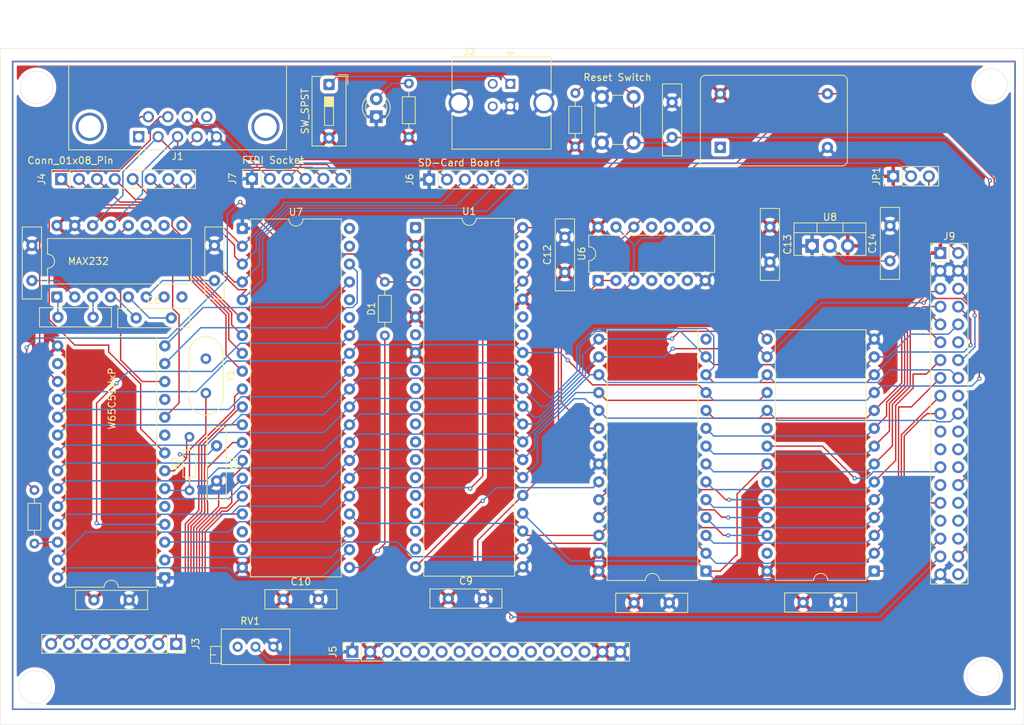
<source format=kicad_pcb>
(kicad_pcb (version 20241229) (generator "pcbnew") (generator_version "9.0")
  (layers (0 "F.Cu" signal) (2 "B.Cu" signal) (13 "F.Paste" user) (15 "B.Paste" user) (5 "F.SilkS" user "F.Silkscreen") (7 "B.SilkS" user "B.Silkscreen") (1 "F.Mask" user) (3 "B.Mask" user) (25 "Edge.Cuts" user))
  (net 0 "")
  (net 1 "GND")
  (net 2 "Reset")
  (net 3 "Net-(U4-XTAL2)")
  (net 4 "Net-(U5-VS-)")
  (net 5 "Net-(U5-VS+)")
  (net 6 "VCC")
  (net 7 "Net-(U5-C1-)")
  (net 8 "Net-(U5-C1+)")
  (net 9 "Net-(U5-C2-)")
  (net 10 "Net-(U5-C2+)")
  (net 11 "3.3v")
  (net 12 "Net-(D1-K)")
  (net 13 "IRQ")
  (net 14 "Net-(D2-K)")
  (net 16 "Net-(J2-VBUS)")
  (net 18 "Net-(U4-XTAL1)")
  (net 19 "PB4")
  (net 20 "PB7")
  (net 21 "PB3")
  (net 22 "PB0")
  (net 23 "PB1")
  (net 24 "PB6")
  (net 25 "PB2")
  (net 26 "PB5")
  (net 27 "PA1")
  (net 28 "PA2")
  (net 29 "PA4")
  (net 30 "PA5")
  (net 31 "PA3")
  (net 32 "PA7")
  (net 33 "PA6")
  (net 34 "PA0")
  (net 35 "Net-(J5-Pin_3)")
  (net 36 "Net-(J6-Pin_2)")
  (net 37 "Net-(J7-Pin_5)")
  (net 38 "Net-(J7-Pin_2)")
  (net 39 "Net-(J7-Pin_4)")
  (net 40 "Net-(J7-Pin_6)")
  (net 41 "RW")
  (net 42 "D5")
  (net 43 "A14")
  (net 44 "Net-(D3-A)")
  (net 45 "A12")
  (net 46 "D2")
  (net 48 "D4")
  (net 50 "A15")
  (net 51 "D1")
  (net 52 "A1")
  (net 53 "A5")
  (net 54 "A13")
  (net 55 "A7")
  (net 56 "A3")
  (net 57 "D0")
  (net 58 "A10")
  (net 59 "A8")
  (net 60 "D6")
  (net 61 "D3")
  (net 62 "clock")
  (net 63 "A6")
  (net 64 "A11")
  (net 65 "A9")
  (net 66 "D7")
  (net 67 "A0")
  (net 68 "A2")
  (net 69 "A4")
  (net 78 "!A15")
  (net 79 "Net-(U3-~{CS})")
  (net 80 "Net-(U4-~{DSR})")
  (net 81 "RXD")
  (net 84 "TXD")
  (net 85 "Net-(U4-~{CS2})")
  (net 86 "Net-(U4-~{RTS})")
  (footprint "Capacitor_THT:C_Disc_D10.0mm_W2.5mm_P5.00mm" (layer "F.Cu") (at 49.0728 86.868 -90)
    (property "Reference" "C2")
    (property "Value" "C")
  )
  (footprint "Resistor_THT:R_Axial_DIN0204_L3.6mm_D1.6mm_P7.62mm_Horizontal" (layer "F.Cu") (at 45.212 93.218 90)
    (property "Reference" "R2")
    (property "Value" "R")
  )
  (footprint "Connector_PinSocket_2.54mm:PinSocket_1x06_P2.54mm_Vertical" (layer "F.Cu") (at 79.2988 48.9712 90)
    (property "Reference" "J6")
    (property "Value" "SD-Card Board")
  )
  (footprint "x:DSUB-9_Female_Horizontal_P2.77x2.84mm_EdgePinOffset7.70mm_Housed_MountingHolesOffset9.12mm" (layer "F.Cu") (at 37.9856 42.888731 180)
    (property "Reference" "J1")
    (property "Value" "DB9 Serial Port")
  )
  (footprint "Capacitor_THT:C_Disc_D10.0mm_W2.5mm_P5.00mm" (layer "F.Cu") (at 48.768 63.3584 90)
    (property "Reference" "C3" (hide yes))
    (property "Value" "C" (hide yes))
  )
  (footprint "Capacitor_THT:C_Disc_D10.0mm_W2.5mm_P5.00mm" (layer "F.Cu") (at 144.8308 60.5644 90)
    (property "Reference" "C14")
    (property "Value" "10uF")
  )
  (footprint "Resistor_THT:R_Axial_DIN0204_L3.6mm_D1.6mm_P7.62mm_Horizontal" (layer "F.Cu") (at 72.9996 71.1708 90)
    (property "Reference" "D1")
    (property "Value" "D")
  )
  (footprint "Package_DIP:DIP-28_W15.24mm" (layer "F.Cu") (at 118.6688 104.6988 180)
    (property "Reference" "U2" (hide yes))
    (property "Value" "28C256")
  )
  (footprint "Connector_PinHeader_2.54mm:PinHeader_1x03_P2.54mm_Vertical" (layer "F.Cu") (at 145.288 48.514 90)
    (property "Reference" "JP1")
    (property "Value" "SD/FTDI 3.3 or 5v")
  )
  (footprint "Capacitor_THT:C_Disc_D10.0mm_W2.5mm_P5.00mm" (layer "F.Cu") (at 98.6028 62.19 90)
    (property "Reference" "C12")
    (property "Value" "C")
  )
  (footprint "Capacitor_THT:C_Disc_D10.0mm_W2.5mm_P5.00mm" (layer "F.Cu") (at 132.4756 109.1692)
    (property "Reference" "C7" (hide yes))
    (property "Value" "C" (hide yes))
  )
  (footprint "Resistor_THT:R_Axial_DIN0204_L3.6mm_D1.6mm_P7.62mm_Horizontal" (layer "F.Cu") (at 23.1648 100.7872 90)
    (property "Reference" "D2" (hide yes))
    (property "Value" "D" (hide yes))
  )
  (footprint "Resistor_THT:R_Axial_DIN0204_L3.6mm_D1.6mm_P7.62mm_Horizontal" (layer "F.Cu") (at 76.4032 42.926 90)
    (property "Reference" "R3" (hide yes))
    (property "Value" "220")
  )
  (footprint "Oscillator:Oscillator_DIP-14" (layer "F.Cu") (at 120.7008 44.3992)
    (property "Reference" "X1" (hide yes))
    (property "Value" "ACO-1MHz")
  )
  (footprint "Capacitor_THT:C_Disc_D10.0mm_W2.5mm_P5.00mm" (layer "F.Cu") (at 108.4472 109.22)
    (property "Reference" "C8" (hide yes))
    (property "Value" "C" (hide yes))
  )
  (footprint "Package_DIP:DIP-40_W15.24mm" (layer "F.Cu") (at 77.3684 55.8292)
    (property "Reference" "U1")
    (property "Value" "W65C02SxP")
  )
  (footprint "Connector_PinSocket_2.54mm:PinSocket_1x08_P2.54mm_Vertical" (layer "F.Cu") (at 43.3324 115.062 -90)
    (property "Reference" "J3")
    (property "Value" "Conn_01x08_Pin")
  )
  (footprint "Button_Switch_THT:SW_DIP_SPSTx01_Slide_9.78x4.72mm_W7.62mm_P2.54mm" (layer "F.Cu") (at 65.0623 35.4501 -90)
    (property "Reference" "SW2" (hide yes))
    (property "Value" "SW_SPST")
  )
  (footprint "Capacitor_THT:C_Disc_D10.0mm_W2.5mm_P5.00mm" (layer "F.Cu") (at 37.632 68.6816)
    (property "Reference" "C6")
    (property "Value" "1uF")
  )
  (footprint "Potentiometer_THT:Potentiometer_Bourns_3296X_Horizontal" (layer "F.Cu") (at 57.15 115.4684)
    (property "Reference" "RV1")
    (property "Value" "10k")
  )
  (footprint "LED_THT:LED_D3.0mm" (layer "F.Cu") (at 71.7804 40.0304 90)
    (property "Reference" "D3" (hide yes))
    (property "Value" "LED" (hide yes))
  )
  (footprint "Package_DIP:DIP-40_W15.24mm" (layer "F.Cu") (at 52.7304 55.9308)
    (property "Reference" "U7")
    (property "Value" "W65C22NxP")
  )
  (footprint "Capacitor_THT:C_Disc_D10.0mm_W2.5mm_P5.00mm" (layer "F.Cu") (at 82.0312 108.6104)
    (property "Reference" "C9")
    (property "Value" "C")
  )
  (footprint "Package_DIP:DIP-16_W10.16mm" (layer "F.Cu") (at 26.3652 65.6844 90)
    (property "Reference" "U5" (hide yes))
    (property "Value" "MAX232")
  )
  (footprint "Package_TO_SOT_THT:TO-220-3_Vertical" (layer "F.Cu") (at 133.7564 58.42)
    (property "Reference" "U8")
    (property "Value" "LM317_TO-220")
  )
  (footprint "Connector_PinSocket_2.54mm:PinSocket_1x16_P2.54mm_Vertical" (layer "F.Cu") (at 68.3768 116.1796 90)
    (property "Reference" "J5")
    (property "Value" "Conn_01x16_Socket")
  )
  (footprint "Resistor_THT:R_Axial_DIN0204_L3.6mm_D1.6mm_P7.62mm_Horizontal" (layer "F.Cu") (at 100.0868 44.298 90)
    (property "Reference" "R1" (hide yes))
    (property "Value" "1k" (hide yes))
  )
  (footprint "Crystal:Crystal_HC18-U_Vertical" (layer "F.Cu") (at 47.5488 74.4728 -90)
    (property "Reference" "Y1")
    (property "Value" "1.8432Mhz")
  )
  (footprint "Capacitor_THT:C_Disc_D10.0mm_W2.5mm_P5.00mm" (layer "F.Cu") (at 113.8428 42.9876 90)
    (property "Reference" "C1" (hide yes))
    (property "Value" "0.1uF")
  )
  (footprint "Package_DIP:DIP-28_W15.24mm" (layer "F.Cu") (at 142.5956 104.6988 180)
    (property "Reference" "U3" (hide yes))
    (property "Value" "CY62256-70PC")
  )
  (footprint "Connector_USB:USB_B_TE_5787834_Vertical" (layer "F.Cu") (at 90.8412 35.3572)
    (property "Reference" "J2")
    (property "Value" "USB_B" (hide yes))
  )
  (footprint "Capacitor_THT:C_Disc_D10.0mm_W2.5mm_P5.00mm" (layer "F.Cu") (at 127.762 55.7168 -90)
    (property "Reference" "C13")
    (property "Value" "100nF")
  )
  (footprint "Package_DIP:DIP-14_W7.62mm" (layer "F.Cu") (at 103.3272 63.3476 90)
    (property "Reference" "U6")
    (property "Value" "74HC00")
  )
  (footprint "Button_Switch_THT:SW_PUSH_6mm" (layer "F.Cu") (at 103.8672 43.7368 90)
    (property "Reference" "SW1" (hide yes))
    (property "Value" "Reset Switch")
  )
  (footprint "Capacitor_THT:C_Disc_D10.0mm_W2.5mm_P5.00mm" (layer "F.Cu") (at 58.5616 108.712)
    (property "Reference" "C10")
    (property "Value" "C")
  )
  (footprint "Capacitor_THT:C_Disc_D10.0mm_W2.5mm_P5.00mm" (layer "F.Cu") (at 26.5068 68.58)
    (property "Reference" "C5" (hide yes))
    (property "Value" "1uF" (hide yes))
  )
  (footprint "Connector_PinSocket_2.54mm:PinSocket_1x08_P2.54mm_Vertical" (layer "F.Cu") (at 26.9748 48.9204 90)
    (property "Reference" "J4")
    (property "Value" "Conn_01x08_Pin")
  )
  (footprint "Capacitor_THT:C_Disc_D10.0mm_W2.5mm_P5.00mm" (layer "F.Cu") (at 22.8092 63.3584 90)
    (property "Reference" "C4" (hide yes))
    (property "Value" "C")
  )
  (footprint "Connector_PinHeader_2.54mm:PinHeader_2x19_P2.54mm_Vertical" (layer "F.Cu") (at 151.9936 59.436)
    (property "Reference" "J9")
    (property "Value" "Expansion / Diag Port")
  )
  (footprint "Capacitor_THT:C_Disc_D10.0mm_W2.5mm_P5.00mm" (layer "F.Cu") (at 31.6376 108.8136)
    (property "Reference" "C11" (hide yes))
    (property "Value" "C" (hide yes))
  )
  (footprint "Connector_PinSocket_2.54mm:PinSocket_1x06_P2.54mm_Vertical" (layer "F.Cu") (at 54.102 48.8696 90)
    (property "Reference" "J7")
    (property "Value" "FTDI Socket")
  )
  (footprint "Package_DIP:DIP-28_W15.24mm" (layer "F.Cu") (at 41.7068 105.664 180)
    (property "Reference" "U4" (hide yes))
    (property "Value" "W65C51NxP")
  )
  (gr_rect (start 20.066 32.1564) (end 162.6108 124.3584) (stroke (width 0.2)) (fill no) (layer "F.Cu") (net 30))
  (gr_rect (start 20.066 32.2072) (end 162.6108 124.3584) (stroke (width 0.2)) (fill no) (layer "B.Cu") (net 30))
  (gr_circle (center 23.2664 121.2088) (end 21.5392 119.634) (stroke (width 0.05)) (fill no) (layer "Edge.Cuts"))
  (gr_circle (center 23.4696 35.8648) (end 21.6408 34.4424) (stroke (width 0.05)) (fill no) (layer "Edge.Cuts"))
  (gr_rect (start 18.2968 30.3488) (end 163.8896 126.564) (stroke (width 0.05)) (fill no) (layer "Edge.Cuts"))
  (gr_circle (center 158.0896 119.6848) (end 156.2608 118.268295) (stroke (width 0.05)) (fill no) (layer "Edge.Cuts"))
  (gr_circle (center 159.2072 35.503305) (end 157.48 33.9852) (stroke (width 0.05)) (fill no) (layer "Edge.Cuts"))
  (segment (start 108.3672 37.2368) (end 108.3672 43.7368) (width 0.2) (layer "F.Cu") (net 2))
  (segment (start 158.9532 89.5604) (end 157.4292 89.5604) (width 0.2) (layer "F.Cu") (net 2))
  (segment (start 106.4364 35.306) (end 108.3672 37.2368) (width 0.2) (layer "F.Cu") (net 2))
  (segment (start 158.9532 49.2252) (end 158.9532 89.5604) (width 0.2) (layer "F.Cu") (net 2))
  (segment (start 100.0868 36.678) (end 101.4588 35.306) (width 0.2) (layer "F.Cu") (net 2))
  (segment (start 96.2748 55.8292) (end 92.6084 55.8292) (width 0.2) (layer "F.Cu") (net 2))
  (segment (start 159.0548 49.1236) (end 158.9532 49.2252) (width 0.2) (layer "F.Cu") (net 2))
  (segment (start 92.6084 55.8292) (end 83.7858 64.6518) (width 0.2) (layer "F.Cu") (net 2))
  (segment (start 32.004 80.8228) (end 34.8488 77.978) (width 0.2) (layer "F.Cu") (net 2))
  (segment (start 32.004 97.8916) (end 32.004 80.8228) (width 0.2) (layer "F.Cu") (net 2))
  (segment (start 74.4894 64.6518) (end 67.9704 71.1708) (width 0.2) (layer "F.Cu") (net 2))
  (segment (start 101.4588 35.306) (end 106.4364 35.306) (width 0.2) (layer "F.Cu") (net 2))
  (segment (start 108.3672 43.7368) (end 96.2748 55.8292) (width 0.2) (layer "F.Cu") (net 2))
  (segment (start 157.4292 89.5604) (end 154.5336 92.456) (width 0.2) (layer "F.Cu") (net 2))
  (segment (start 83.7858 64.6518) (end 74.4894 64.6518) (width 0.2) (layer "F.Cu") (net 2))
  (via (at 34.8488 77.978) (size 0.6) (drill 0.3) (layers "F.Cu" "B.Cu") (net 2))
  (via (at 159.0548 49.1236) (size 0.6) (drill 0.3) (layers "F.Cu" "B.Cu") (net 2))
  (via (at 32.004 97.8916) (size 0.6) (drill 0.3) (layers "F.Cu" "B.Cu") (net 2))
  (segment (start 66.8694 72.2718) (end 67.9704 71.1708) (width 0.2) (layer "B.Cu") (net 2))
  (segment (start 52.4422 72.2718) (end 66.8694 72.2718) (width 0.2) (layer "B.Cu") (net 2))
  (segment (start 48.429 76.285) (end 52.4422 72.2718) (width 0.2) (layer "B.Cu") (net 2))
  (segment (start 32.1564 98.044) (end 32.004 97.8916) (width 0.2) (layer "B.Cu") (net 2))
  (segment (start 113.8428 42.9876) (end 152.9188 42.9876) (width 0.2) (layer "B.Cu") (net 2))
  (segment (start 113.0936 43.7368) (end 113.8428 42.9876) (width 0.2) (layer "B.Cu") (net 2))
  (segment (start 152.9188 42.9876) (end 159.0548 49.1236) (width 0.2) (layer "B.Cu") (net 2))
  (segment (start 34.8488 77.978) (end 36.5418 76.285) (width 0.2) (layer "B.Cu") (net 2))
  (segment (start 36.5418 76.285) (end 48.429 76.285) (width 0.2) (layer "B.Cu") (net 2))
  (segment (start 41.7068 98.044) (end 32.1564 98.044) (width 0.2) (layer "B.Cu") (net 2))
  (segment (start 108.3672 43.7368) (end 113.0936 43.7368) (width 0.2) (layer "B.Cu") (net 2))
  (segment (start 43.8404 88.0872) (end 44.1452 88.0872) (width 0.2) (layer "F.Cu") (net 3))
  (segment (start 44.1452 88.0872) (end 44.7575 88.6995) (width 0.2) (layer "F.Cu") (net 3))
  (segment (start 44.811 85.999) (end 44.811 88.646) (width 0.2) (layer "F.Cu") (net 3))
  (segment (start 44.811 88.646) (end 44.7575 88.6995) (width 0.2) (layer "F.Cu") (net 3))
  (segment (start 44.7575 88.6995) (end 43.033 90.424) (width 0.2) (layer "F.Cu") (net 3))
  (segment (start 45.212 85.598) (end 44.811 85.999) (width 0.2) (layer "F.Cu") (net 3))
  (segment (start 43.033 90.424) (end 41.7068 90.424) (width 0.2) (layer "F.Cu") (net 3))
  (via (at 43.8404 88.0872) (size 0.6) (drill 0.3) (layers "F.Cu" "B.Cu") (net 3))
  (segment (start 47.8536 88.0872) (end 43.8404 88.0872) (width 0.2) (layer "B.Cu") (net 3))
  (segment (start 49.0728 86.868) (end 47.8536 88.0872) (width 0.2) (layer "B.Cu") (net 3))
  (segment (start 48.768 63.3584) (end 41.3912 63.3584) (width 0.2) (layer "B.Cu") (net 4))
  (segment (start 41.3912 63.3584) (end 39.0652 65.6844) (width 0.2) (layer "B.Cu") (net 4))
  (segment (start 26.5792 63.3584) (end 28.9052 65.6844) (width 0.2) (layer "B.Cu") (net 5))
  (segment (start 22.8092 63.3584) (end 26.5792 63.3584) (width 0.2) (layer "B.Cu") (net 5))
  (segment (start 31.5068 65.746) (end 31.4452 65.6844) (width 0.2) (layer "B.Cu") (net 7))
  (segment (start 31.5068 68.58) (end 31.5068 65.746) (width 0.2) (layer "B.Cu") (net 7))
  (segment (start 26.5068 65.826) (end 26.3652 65.6844) (width 0.2) (layer "B.Cu") (net 8))
  (segment (start 26.5068 68.58) (end 26.5068 65.826) (width 0.2) (layer "B.Cu") (net 8))
  (segment (start 42.632 68.6816) (end 39.5224 68.6816) (width 0.2) (layer "B.Cu") (net 9))
  (segment (start 39.5224 68.6816) (end 36.5252 65.6844) (width 0.2) (layer "B.Cu") (net 9))
  (segment (start 37.632 68.6816) (end 34.6348 65.6844) (width 0.2) (layer "B.Cu") (net 10))
  (segment (start 34.6348 65.6844) (end 33.9852 65.6844) (width 0.2) (layer "B.Cu") (net 10))
  (segment (start 150.2772 55.118) (end 150.368 55.118) (width 0.2) (layer "F.Cu") (net 11))
  (segment (start 150.368 55.118) (end 150.368 48.514) (width 0.2) (layer "F.Cu") (net 11))
  (segment (start 154.5336 59.436) (end 150.368 55.2704) (width 0.2) (layer "F.Cu") (net 11))
  (segment (start 150.368 55.2704) (end 150.368 55.118) (width 0.2) (layer "F.Cu") (net 11))
  (segment (start 144.8308 60.5644) (end 150.2772 55.118) (width 0.2) (layer "F.Cu") (net 11))
  (segment (start 138.4408 60.5644) (end 136.2964 58.42) (width 0.2) (layer "B.Cu") (net 11))
  (segment (start 144.8308 60.5644) (end 138.4408 60.5644) (width 0.2) (layer "B.Cu") (net 11))
  (segment (start 72.9996 100.7872) (end 72.9996 71.1708) (width 0.2) (layer "F.Cu") (net 12))
  (segment (start 71.9836 101.8032) (end 72.9996 100.7872) (width 0.2) (layer "F.Cu") (net 12))
  (via (at 71.9836 101.8032) (size 0.6) (drill 0.3) (layers "F.Cu" "B.Cu") (net 12))
  (segment (start 69.596 104.1908) (end 71.9836 101.8032) (width 0.2) (layer "B.Cu") (net 12))
  (segment (start 67.9704 104.1908) (end 69.596 104.1908) (width 0.2) (layer "B.Cu") (net 12))
  (segment (start 72.9996 63.5508) (end 77.2668 63.5508) (width 0.2) (layer "F.Cu") (net 13))
  (segment (start 52.4256 52.1716) (end 59.8258 59.5718) (width 0.2) (layer "F.Cu") (net 13))
  (segment (start 69.0206 59.5718) (end 72.9996 63.5508) (width 0.2) (layer "F.Cu") (net 13))
  (segment (start 23.1648 93.1672) (end 22.0472 92.0496) (width 0.2) (layer "F.Cu") (net 13))
  (segment (start 59.8258 59.5718) (end 69.0206 59.5718) (width 0.2) (layer "F.Cu") (net 13))
  (segment (start 77.2668 63.5508) (end 77.3684 63.4492) (width 0.2) (layer "F.Cu") (net 13))
  (segment (start 22.0472 92.0496) (end 22.0472 72.898) (width 0.2) (layer "F.Cu") (net 13))
  (via (at 52.4256 52.1716) (size 0.6) (drill 0.3) (layers "F.Cu" "B.Cu") (net 13))
  (via (at 22.0472 72.898) (size 0.6) (drill 0.3) (layers "F.Cu" "B.Cu") (net 13))
  (segment (start 23.4022 71.543) (end 42.14045 71.543) (width 0.2) (layer "B.Cu") (net 13))
  (segment (start 52.3748 52.1716) (end 52.4256 52.1716) (width 0.2) (layer "B.Cu") (net 13))
  (segment (start 22.0472 72.898) (end 23.4022 71.543) (width 0.2) (layer "B.Cu") (net 13))
  (segment (start 50.5968 63.08665) (end 50.5968 53.9496) (width 0.2) (layer "B.Cu") (net 13))
  (segment (start 42.14045 71.543) (end 50.5968 63.08665) (width 0.2) (layer "B.Cu") (net 13))
  (segment (start 50.5968 53.9496) (end 52.3748 52.1716) (width 0.2) (layer "B.Cu") (net 13))
  (segment (start 24.1808 100.7872) (end 24.384 100.584) (width 0.2) (layer "B.Cu") (net 14))
  (segment (start 24.384 100.584) (end 26.4668 100.584) (width 0.2) (layer "B.Cu") (net 14))
  (segment (start 23.1648 100.7872) (end 24.1808 100.7872) (width 0.2) (layer "B.Cu") (net 14))
  (segment (start 66.2074 34.305) (end 89.789 34.305) (width 0.2) (layer "B.Cu") (net 16))
  (segment (start 65.0623 35.4501) (end 66.2074 34.305) (width 0.2) (layer "B.Cu") (net 16))
  (segment (start 89.789 34.305) (end 90.8412 35.3572) (width 0.2) (layer "B.Cu") (net 16))
  (segment (start 45.212 93.218) (end 45.212 87.47045) (width 0.2) (layer "F.Cu") (net 18))
  (segment (start 45.212 87.47045) (end 47.5488 85.13365) (width 0.2) (layer "F.Cu") (net 18))
  (segment (start 47.5488 85.13365) (end 47.5488 79.3728) (width 0.2) (layer "F.Cu") (net 18))
  (segment (start 41.9608 93.218) (end 41.7068 92.964) (width 0.2) (layer "B.Cu") (net 18))
  (segment (start 45.212 93.218) (end 41.9608 93.218) (width 0.2) (layer "B.Cu") (net 18))
  (segment (start 46.23465 108.22325) (end 46.23465 98.62205) (width 0.2) (layer "F.Cu") (net 19))
  (segment (start 35.7124 115.062) (end 38.9411 111.8333) (width 0.2) (layer "F.Cu") (net 19))
  (segment (start 49.36515 95.49155) (end 49.36515 93.299) (width 0.2) (layer "F.Cu") (net 19))
  (segment (start 42.6246 111.8333) (end 46.23465 108.22325) (width 0.2) (layer "F.Cu") (net 19))
  (segment (start 49.36515 93.299) (end 52.7304 89.93375) (width 0.2) (layer "F.Cu") (net 19))
  (segment (start 52.7304 89.93375) (end 52.7304 88.9508) (width 0.2) (layer "F.Cu") (net 19))
  (segment (start 46.23465 98.62205) (end 49.36515 95.49155) (width 0.2) (layer "F.Cu") (net 19))
  (segment (start 38.9411 111.8333) (end 42.6246 111.8333) (width 0.2) (layer "F.Cu") (net 19))
  (segment (start 47.4472 99.1108) (end 49.9872 96.5708) (width 0.2) (layer "F.Cu") (net 20))
  (segment (start 49.9872 96.5708) (end 52.7304 96.5708) (width 0.2) (layer "F.Cu") (net 20))
  (segment (start 43.3324 115.062) (end 43.3324 112.8268) (width 0.2) (layer "F.Cu") (net 20))
  (segment (start 43.3324 112.8268) (end 47.4472 108.712) (width 0.2) (layer "F.Cu") (net 20))
  (segment (start 47.4472 108.712) (end 47.4472 99.1108) (width 0.2) (layer "F.Cu") (net 20))
  (segment (start 47.752 94.8944) (end 47.752 90.0176) (width 0.2) (layer "F.Cu") (net 21))
  (segment (start 42.4585 111.4323) (end 45.83365 108.05715) (width 0.2) (layer "F.Cu") (net 21))
  (segment (start 36.8021 111.4323) (end 42.4585 111.4323) (width 0.2) (layer "F.Cu") (net 21))
  (segment (start 45.83365 98.45595) (end 47.7974 96.4922) (width 0.2) (layer "F.Cu") (net 21))
  (segment (start 47.752 90.0176) (end 51.3588 86.4108) (width 0.2) (layer "F.Cu") (net 21))
  (segment (start 45.83365 108.05715) (end 45.83365 98.45595) (width 0.2) (layer "F.Cu") (net 21))
  (segment (start 47.7974 96.4922) (end 47.7974 94.9398) (width 0.2) (layer "F.Cu") (net 21))
  (segment (start 33.1724 115.062) (end 36.8021 111.4323) (width 0.2) (layer "F.Cu") (net 21))
  (segment (start 51.3588 86.4108) (end 52.7304 86.4108) (width 0.2) (layer "F.Cu") (net 21))
  (segment (start 47.7974 94.9398) (end 47.752 94.8944) (width 0.2) (layer "F.Cu") (net 21))
  (segment (start 30.4238 110.1906) (end 41.9989 110.1906) (width 0.2) (layer "F.Cu") (net 22))
  (segment (start 51.6294 81.62015) (end 51.6294 79.8918) (width 0.2) (layer "F.Cu") (net 22))
  (segment (start 44.63065 97.95765) (end 46.549 96.0393) (width 0.2) (layer "F.Cu") (net 22))
  (segment (start 46.549 96.0393) (end 46.549 86.70055) (width 0.2) (layer "F.Cu") (net 22))
  (segment (start 25.5524 115.062) (end 30.4238 110.1906) (width 0.2) (layer "F.Cu") (net 22))
  (segment (start 46.549 86.70055) (end 51.6294 81.62015) (width 0.2) (layer "F.Cu") (net 22))
  (segment (start 51.6294 79.8918) (end 52.7304 78.7908) (width 0.2) (layer "F.Cu") (net 22))
  (segment (start 41.9989 110.1906) (end 44.63065 107.55885) (width 0.2) (layer "F.Cu") (net 22))
  (segment (start 44.63065 107.55885) (end 44.63065 97.95765) (width 0.2) (layer "F.Cu") (net 22))
  (segment (start 46.95 86.86665) (end 52.48585 81.3308) (width 0.2) (layer "F.Cu") (net 23))
  (segment (start 52.48585 81.3308) (end 52.7304 81.3308) (width 0.2) (layer "F.Cu") (net 23))
  (segment (start 45.03165 98.12375) (end 46.95 96.2054) (width 0.2) (layer "F.Cu") (net 23))
  (segment (start 42.165 110.5916) (end 45.03165 107.72495) (width 0.2) (layer "F.Cu") (net 23))
  (segment (start 32.5628 110.5916) (end 42.165 110.5916) (width 0.2) (layer "F.Cu") (net 23))
  (segment (start 45.03165 107.72495) (end 45.03165 98.12375) (width 0.2) (layer "F.Cu") (net 23))
  (segment (start 46.95 96.2054) (end 46.95 86.86665) (width 0.2) (layer "F.Cu") (net 23))
  (segment (start 28.0924 115.062) (end 32.5628 110.5916) (width 0.2) (layer "F.Cu") (net 23))
  (segment (start 50.5914 96.1698) (end 52.7304 94.0308) (width 0.2) (layer "F.Cu") (net 24))
  (segment (start 49.8211 96.1698) (end 50.5914 96.1698) (width 0.2) (layer "F.Cu") (net 24))
  (segment (start 47.03665 98.95425) (end 49.8211 96.1698) (width 0.2) (layer "F.Cu") (net 24))
  (segment (start 40.7924 114.7997) (end 47.03665 108.55545) (width 0.2) (layer "F.Cu") (net 24))
  (segment (start 47.03665 108.55545) (end 47.03665 98.95425) (width 0.2) (layer "F.Cu") (net 24))
  (segment (start 40.7924 115.062) (end 40.7924 114.7997) (width 0.2) (layer "F.Cu") (net 24))
  (segment (start 45.43265 98.28985) (end 47.3964 96.3261) (width 0.2) (layer "F.Cu") (net 25))
  (segment (start 45.43265 107.89105) (end 45.43265 98.28985) (width 0.2) (layer "F.Cu") (net 25))
  (segment (start 47.3964 96.3261) (end 47.3964 95.1059) (width 0.2) (layer "F.Cu") (net 25))
  (segment (start 47.3964 89.8061) (end 47.3964 86.98735) (width 0.2) (layer "F.Cu") (net 25))
  (segment (start 50.51295 83.8708) (end 52.7304 83.8708) (width 0.2) (layer "F.Cu") (net 25))
  (segment (start 47.351 95.0605) (end 47.351 89.8515) (width 0.2) (layer "F.Cu") (net 25))
  (segment (start 47.3964 95.1059) (end 47.351 95.0605) (width 0.2) (layer "F.Cu") (net 25))
  (segment (start 42.2924 111.0313) (end 45.43265 107.89105) (width 0.2) (layer "F.Cu") (net 25))
  (segment (start 30.6324 115.062) (end 34.6631 111.0313) (width 0.2) (layer "F.Cu") (net 25))
  (segment (start 47.351 89.8515) (end 47.3964 89.8061) (width 0.2) (layer "F.Cu") (net 25))
  (segment (start 47.3964 86.98735) (end 50.51295 83.8708) (width 0.2) (layer "F.Cu") (net 25))
  (segment (start 34.6631 111.0313) (end 42.2924 111.0313) (width 0.2) (layer "F.Cu") (net 25))
  (segment (start 42.7907 112.2343) (end 46.63565 108.38935) (width 0.2) (layer "F.Cu") (net 26))
  (segment (start 46.63565 98.78815) (end 49.7166 95.7072) (width 0.2) (layer "F.Cu") (net 26))
  (segment (start 51.22765 94.96645) (end 51.22765 92.99355) (width 0.2) (layer "F.Cu") (net 26))
  (segment (start 38.2524 115.062) (end 41.0801 112.2343) (width 0.2) (layer "F.Cu") (net 26))
  (segment (start 49.7166 95.7072) (end 50.4869 95.7072) (width 0.2) (layer "F.Cu") (net 26))
  (segment (start 51.22765 92.99355) (end 52.7304 91.4908) (width 0.2) (layer "F.Cu") (net 26))
  (segment (start 41.0801 112.2343) (end 42.7907 112.2343) (width 0.2) (layer "F.Cu") (net 26))
  (segment (start 50.4869 95.7072) (end 51.22765 94.96645) (width 0.2) (layer "F.Cu") (net 26))
  (segment (start 46.63565 108.38935) (end 46.63565 98.78815) (width 0.2) (layer "F.Cu") (net 26))
  (segment (start 52.7304 61.0108) (end 51.6294 59.9098) (width 0.2) (layer "F.Cu") (net 27))
  (segment (start 51.6294 59.9098) (end 51.6294 58.335) (width 0.2) (layer "F.Cu") (net 27))
  (segment (start 51.6294 58.335) (end 42.2148 48.9204) (width 0.2) (layer "F.Cu") (net 27))
  (segment (start 83.2158 52.6742) (end 86.9188 48.9712) (width 0.2) (layer "B.Cu") (net 27))
  (segment (start 59.1874 52.6742) (end 83.2158 52.6742) (width 0.2) (layer "B.Cu") (net 27))
  (segment (start 52.7304 61.0108) (end 54.7116 59.0296) (width 0.2) (layer "B.Cu") (net 27))
  (segment (start 54.7116 59.0296) (end 54.7116 57.15) (width 0.2) (layer "B.Cu") (net 27))
  (segment (start 54.7116 57.15) (end 59.1874 52.6742) (width 0.2) (layer "B.Cu") (net 27))
  (segment (start 51.59903 63.5508) (end 47.21445 59.16622) (width 0.2) (layer "F.Cu") (net 28))
  (segment (start 43.70925 50.98195) (end 41.73635 50.98195) (width 0.2) (layer "F.Cu") (net 28))
  (segment (start 52.7304 63.5508) (end 51.59903 63.5508) (width 0.2) (layer "F.Cu") (net 28))
  (segment (start 41.73635 50.98195) (end 39.6748 48.9204) (width 0.2) (layer "F.Cu") (net 28))
  (segment (start 47.21445 59.16622) (end 47.21445 54.48715) (width 0.2) (layer "F.Cu") (net 28))
  (segment (start 47.21445 54.48715) (end 43.70925 50.98195) (width 0.2) (layer "F.Cu") (net 28))
  (segment (start 59.3535 53.0752) (end 85.3548 53.0752) (width 0.2) (layer "B.Cu") (net 28))
  (segment (start 85.3548 53.0752) (end 89.4588 48.9712) (width 0.2) (layer "B.Cu") (net 28))
  (segment (start 52.7304 63.5508) (end 55.17295 61.10825) (width 0.2) (layer "B.Cu") (net 28))
  (segment (start 55.17295 57.25575) (end 59.3535 53.0752) (width 0.2) (layer "B.Cu") (net 28))
  (segment (start 55.17295 61.10825) (end 55.17295 57.25575) (width 0.2) (layer "B.Cu") (net 28))
  (segment (start 46.41245 54.81935) (end 46.41245 62.56685) (width 0.2) (layer "F.Cu") (net 29))
  (segment (start 37.45835 51.78395) (end 43.37705 51.78395) (width 0.2) (layer "F.Cu") (net 29))
  (segment (start 52.4764 68.6308) (end 52.7304 68.6308) (width 0.2) (layer "F.Cu") (net 29))
  (segment (start 43.37705 51.78395) (end 46.41245 54.81935) (width 0.2) (layer "F.Cu") (net 29))
  (segment (start 46.41245 62.56685) (end 52.4764 68.6308) (width 0.2) (layer "F.Cu") (net 29))
  (segment (start 34.5948 48.9204) (end 37.45835 51.78395) (width 0.2) (layer "F.Cu") (net 29))
  (segment (start 32.0548 48.9204) (end 35.31935 52.18495) (width 0.2) (layer "F.Cu") (net 30))
  (segment (start 51.2064 69.6468) (end 52.7304 71.1708) (width 0.2) (layer "F.Cu") (net 30))
  (segment (start 51.2064 67.9279) (end 51.2064 69.6468) (width 0.2) (layer "F.Cu") (net 30))
  (segment (start 43.21095 52.18495) (end 46.01145 54.98545) (width 0.2) (layer "F.Cu") (net 30))
  (segment (start 46.01145 54.98545) (end 46.01145 62.73295) (width 0.2) (layer "F.Cu") (net 30))
  (segment (start 35.31935 52.18495) (end 43.21095 52.18495) (width 0.2) (layer "F.Cu") (net 30))
  (segment (start 46.01145 62.73295) (end 51.2064 67.9279) (width 0.2) (layer "F.Cu") (net 30))
  (segment (start 46.81345 54.65325) (end 43.54315 51.38295) (width 0.2) (layer "F.Cu") (net 31))
  (segment (start 46.81345 59.33232) (end 46.81345 54.65325) (width 0.2) (layer "F.Cu") (net 31))
  (segment (start 43.54315 51.38295) (end 39.59735 51.38295) (width 0.2) (layer "F.Cu") (net 31))
  (segment (start 52.7304 66.0908) (end 52.7304 65.24927) (width 0.2) (layer "F.Cu") (net 31))
  (segment (start 52.13293 64.6518) (end 46.81345 59.33232) (width 0.2) (layer "F.Cu") (net 31))
  (segment (start 53.32787 64.6518) (end 52.13293 64.6518) (width 0.2) (layer "F.Cu") (net 31))
  (segment (start 39.59735 51.38295) (end 37.1348 48.9204) (width 0.2) (layer "F.Cu") (net 31))
  (segment (start 52.7304 65.24927) (end 53.32787 64.6518) (width 0.2) (layer "F.Cu") (net 31))
  (segment (start 55.6089 57.3869) (end 59.5196 53.4762) (width 0.2) (layer "B.Cu") (net 31))
  (segment (start 55.6089 63.2123) (end 55.6089 57.3869) (width 0.2) (layer "B.Cu") (net 31))
  (segment (start 59.5196 53.4762) (end 87.4938 53.4762) (width 0.2) (layer "B.Cu") (net 31))
  (segment (start 52.7304 66.0908) (end 55.6089 63.2123) (width 0.2) (layer "B.Cu") (net 31))
  (segment (start 87.4938 53.4762) (end 91.9988 48.9712) (width 0.2) (layer "B.Cu") (net 31))
  (segment (start 50.4044 73.9248) (end 52.7304 76.2508) (width 0.2) (layer "F.Cu") (net 32))
  (segment (start 42.740075 55.676325) (end 44.6735 57.60975) (width 0.2) (layer "F.Cu") (net 32))
  (segment (start 50.4044 68.2601) (end 50.4044 73.9248) (width 0.2) (layer "F.Cu") (net 32))
  (segment (start 45.20945 63.06515) (end 50.4044 68.2601) (width 0.2) (layer "F.Cu") (net 32))
  (segment (start 44.6735 57.60975) (end 45.11295 57.60975) (width 0.2) (layer "F.Cu") (net 32))
  (segment (start 26.9748 48.9204) (end 31.072325 53.017925) (width 0.2) (layer "F.Cu") (net 32))
  (segment (start 31.072325 53.017925) (end 42.740075 53.017925) (width 0.2) (layer "F.Cu") (net 32))
  (segment (start 42.740075 53.017925) (end 42.740075 55.676325) (width 0.2) (layer "F.Cu") (net 32))
  (segment (start 45.20945 57.70625) (end 45.20945 63.06515) (width 0.2) (layer "F.Cu") (net 32))
  (segment (start 45.11295 57.60975) (end 45.20945 57.70625) (width 0.2) (layer "F.Cu") (net 32))
  (segment (start 42.8752 52.58595) (end 45.61045 55.3212) (width 0.2) (layer "F.Cu") (net 33))
  (segment (start 45.61045 55.3212) (end 45.61045 62.89905) (width 0.2) (layer "F.Cu") (net 33))
  (segment (start 45.61045 62.89905) (end 50.8054 68.094) (width 0.2) (layer "F.Cu") (net 33))
  (segment (start 50.8054 68.094) (end 50.8054 71.7858) (width 0.2) (layer "F.Cu") (net 33))
  (segment (start 29.5148 48.9204) (end 33.18035 52.58595) (width 0.2) (layer "F.Cu") (net 33))
  (segment (start 33.18035 52.58595) (end 42.8752 52.58595) (width 0.2) (layer "F.Cu") (net 33))
  (segment (start 50.8054 71.7858) (end 52.7304 73.7108) (width 0.2) (layer "F.Cu") (net 33))
  (segment (start 44.7548 50.4952) (end 44.7548 48.9204) (width 0.2) (layer "F.Cu") (net 34))
  (segment (start 52.7304 58.4708) (end 44.7548 50.4952) (width 0.2) (layer "F.Cu") (net 34))
  (segment (start 58.5724 52.2732) (end 81.0768 52.2732) (width 0.2) (layer "B.Cu") (net 34))
  (segment (start 52.7304 58.4708) (end 58.5724 52.6288) (width 0.2) (layer "B.Cu") (net 34))
  (segment (start 81.0768 52.2732) (end 84.3788 48.9712) (width 0.2) (layer "B.Cu") (net 34))
  (segment (start 58.5724 52.6288) (end 58.5724 52.2732) (width 0.2) (layer "B.Cu") (net 34))
  (segment (start 72.3058 117.3306) (end 73.4568 116.1796) (width 0.2) (layer "B.Cu") (net 35))
  (segment (start 54.61 115.4684) (end 56.4722 117.3306) (width 0.2) (layer "B.Cu") (net 35))
  (segment (start 56.4722 117.3306) (end 72.3058 117.3306) (width 0.2) (layer "B.Cu") (net 35))
  (segment (start 79.8068 46.9392) (end 79.8068 46.6344) (width 0.2) (layer "B.Cu") (net 36))
  (segment (start 61.4172 46.6344) (end 79.8068 46.6344) (width 0.2) (layer "B.Cu") (net 36))
  (segment (start 59.182 48.8696) (end 61.4172 46.6344) (width 0.2) (layer "B.Cu") (net 36))
  (segment (start 145.9484 46.6344) (end 147.828 48.514) (width 0.2) (layer "B.Cu") (net 36))
  (segment (start 81.8388 48.9712) (end 79.8068 46.9392) (width 0.2) (layer "B.Cu") (net 36))
  (segment (start 79.8068 46.6344) (end 145.9484 46.6344) (width 0.2) (layer "B.Cu") (net 36))
  (segment (start 45.683369 47.2494) (end 43.5256 45.091631) (width 0.2) (layer "F.Cu") (net 37))
  (segment (start 43.5256 45.091631) (end 43.5256 42.888731) (width 0.2) (layer "F.Cu") (net 37))
  (segment (start 64.262 48.8696) (end 62.6418 47.2494) (width 0.2) (layer "F.Cu") (net 37))
  (segment (start 62.6418 47.2494) (end 45.683369 47.2494) (width 0.2) (layer "F.Cu") (net 37))
  (segment (start 38.5238 50.9858) (end 38.5238 47.890531) (width 0.2) (layer "B.Cu") (net 37))
  (segment (start 38.5238 47.890531) (end 43.5256 42.888731) (width 0.2) (layer "B.Cu") (net 37))
  (segment (start 33.9852 55.5244) (end 38.5238 50.9858) (width 0.2) (layer "B.Cu") (net 37))
  (segment (start 46.0116 41.149731) (end 44.9106 40.048731) (width 0.2) (layer "B.Cu") (net 38))
  (segment (start 48.922131 41.149731) (end 46.0116 41.149731) (width 0.2) (layer "B.Cu") (net 38))
  (segment (start 56.642 48.8696) (end 48.922131 41.149731) (width 0.2) (layer "B.Cu") (net 38))
  (segment (start 45.517269 47.6504) (end 40.7556 42.888731) (width 0.2) (layer "F.Cu") (net 39))
  (segment (start 61.722 48.8696) (end 60.5028 47.6504) (width 0.2) (layer "F.Cu") (net 39))
  (segment (start 60.5028 47.6504) (end 45.517269 47.6504) (width 0.2) (layer "F.Cu") (net 39))
  (segment (start 35.7458 47.898531) (end 40.7556 42.888731) (width 0.2) (layer "B.Cu") (net 39))
  (segment (start 35.7458 51.2238) (end 35.7458 47.898531) (width 0.2) (layer "B.Cu") (net 39))
  (segment (start 31.4452 55.5244) (end 35.7458 51.2238) (width 0.2) (layer "B.Cu") (net 39))
  (segment (start 44.255334 45.254265) (end 44.3484 45.161199) (width 0.2) (layer "F.Cu") (net 40))
  (segment (start 44.3484 45.161199) (end 44.3484 44.835931) (width 0.2) (layer "F.Cu") (net 40))
  (segment (start 45.830134 46.829065) (end 44.255334 45.254265) (width 0.2) (layer "F.Cu") (net 40))
  (segment (start 44.3484 44.835931) (end 46.2956 42.888731) (width 0.2) (layer "F.Cu") (net 40))
  (segment (start 64.761465 46.829065) (end 45.830134 46.829065) (width 0.2) (layer "F.Cu") (net 40))
  (segment (start 66.802 48.8696) (end 64.761465 46.829065) (width 0.2) (layer "F.Cu") (net 40))
  (segment (start 26.4668 105.664) (end 27.9058 104.225) (width 0.2) (layer "B.Cu") (net 41))
  (segment (start 52.03695 105.4608) (end 64.1604 105.4608) (width 0.2) (layer "B.Cu") (net 41))
  (segment (start 50.80115 104.225) (end 52.03695 105.4608) (width 0.2) (layer "B.Cu") (net 41))
  (segment (start 64.1604 105.4608) (end 67.9704 101.6508) (width 0.2) (layer "B.Cu") (net 41))
  (segment (start 27.9058 104.225) (end 50.80115 104.225) (width 0.2) (layer "B.Cu") (net 41))
  (segment (start 91.5074 85.2082) (end 92.6084 86.3092) (width 0.2) (layer "B.Cu") (net 42))
  (segment (start 127.3556 76.7588) (end 126.2546 77.8598) (width 0.2) (layer "B.Cu") (net 42))
  (segment (start 67.9704 86.4108) (end 69.173 85.2082) (width 0.2) (layer "B.Cu") (net 42))
  (segment (start 64.3294 90.0518) (end 67.9704 86.4108) (width 0.2) (layer "B.Cu") (net 42))
  (segment (start 69.173 85.2082) (end 91.5074 85.2082) (width 0.2) (layer "B.Cu") (net 42))
  (segment (start 144.84645 76.065) (end 143.05165 77.8598) (width 0.2) (layer "B.Cu") (net 42))
  (segment (start 49.33195 90.0518) (end 64.3294 90.0518) (width 0.2) (layer "B.Cu") (net 42))
  (segment (start 104.5298 77.8598) (end 103.4288 76.7588) (width 0.2) (layer "B.Cu") (net 42))
  (segment (start 26.4668 92.964) (end 27.5678 91.863) (width 0.2) (layer "B.Cu") (net 42))
  (segment (start 102.1588 76.7588) (end 92.6084 86.3092) (width 0.2) (layer "B.Cu") (net 42))
  (segment (start 153.3826 76.065) (end 144.84645 76.065) (width 0.2) (layer "B.Cu") (net 42))
  (segment (start 128.4566 77.8598) (end 127.3556 76.7588) (width 0.2) (layer "B.Cu") (net 42))
  (segment (start 103.4288 76.7588) (end 102.1588 76.7588) (width 0.2) (layer "B.Cu") (net 42))
  (segment (start 27.5678 91.863) (end 47.52075 91.863) (width 0.2) (layer "B.Cu") (net 42))
  (segment (start 47.52075 91.863) (end 49.33195 90.0518) (width 0.2) (layer "B.Cu") (net 42))
  (segment (start 126.2546 77.8598) (end 104.5298 77.8598) (width 0.2) (layer "B.Cu") (net 42))
  (segment (start 154.5336 77.216) (end 153.3826 76.065) (width 0.2) (layer "B.Cu") (net 42))
  (segment (start 143.05165 77.8598) (end 128.4566 77.8598) (width 0.2) (layer "B.Cu") (net 42))
  (segment (start 147.3708 104.6988) (end 151.9936 100.076) (width 0.2) (layer "F.Cu") (net 43))
  (segment (start 127.3556 89.4588) (end 123.0884 93.726) (width 0.2) (layer "F.Cu") (net 43))
  (segment (start 142.5956 104.6988) (end 147.3708 104.6988) (width 0.2) (layer "F.Cu") (net 43))
  (segment (start 122.936 102.4636) (end 120.7008 104.6988) (width 0.2) (layer "F.Cu") (net 43))
  (segment (start 120.7008 104.6988) (end 118.6688 104.6988) (width 0.2) (layer "F.Cu") (net 43))
  (segment (start 123.0884 93.726) (end 123.0884 102.4636) (width 0.2) (layer "F.Cu") (net 43))
  (segment (start 123.0884 102.4636) (end 122.936 102.4636) (width 0.2) (layer "F.Cu") (net 43))
  (segment (start 117.2298 103.2598) (end 99.399 103.2598) (width 0.2) (layer "B.Cu") (net 43))
  (segment (start 118.6688 104.6988) (end 117.2298 103.2598) (width 0.2) (layer "B.Cu") (net 43))
  (segment (start 99.399 103.2598) (end 92.6084 96.4692) (width 0.2) (layer "B.Cu") (net 43))
  (segment (start 119.7698 105.7998) (end 141.4946 105.7998) (width 0.2) (layer "B.Cu") (net 43))
  (segment (start 118.6688 104.6988) (end 119.7698 105.7998) (width 0.2) (layer "B.Cu") (net 43))
  (segment (start 141.4946 105.7998) (end 142.5956 104.6988) (width 0.2) (layer "B.Cu") (net 43))
  (segment (start 76.4032 35.306) (end 73.9648 35.306) (width 0.2) (layer "B.Cu") (net 44))
  (segment (start 73.9648 35.306) (end 71.7804 37.4904) (width 0.2) (layer "B.Cu") (net 44))
  (segment (start 92.6084 101.5492) (end 93.408399 100.749201) (width 0.2) (layer "F.Cu") (net 45))
  (segment (start 93.408399 100.749201) (end 117.259201 100.749201) (width 0.2) (layer "F.Cu") (net 45))
  (segment (start 144.32695 100.42745) (end 144.32695 98.45455) (width 0.2) (layer "F.Cu") (net 45))
  (segment (start 147.9379 94.8436) (end 149.86 94.8436) (width 0.2) (layer "F.Cu") (net 45))
  (segment (start 142.5956 102.1588) (end 144.32695 100.42745) (width 0.2) (layer "F.Cu") (net 45))
  (segment (start 149.86 94.8436) (end 150.0124 94.996) (width 0.2) (layer "F.Cu") (net 45))
  (segment (start 150.0124 94.996) (end 151.9936 94.996) (width 0.2) (layer "F.Cu") (net 45))
  (segment (start 117.259201 100.749201) (end 118.6688 102.1588) (width 0.2) (layer "F.Cu") (net 45))
  (segment (start 144.32695 98.45455) (end 147.9379 94.8436) (width 0.2) (layer "F.Cu") (net 45))
  (segment (start 74.81195 100.5498) (end 76.91235 102.6502) (width 0.2) (layer "B.Cu") (net 45))
  (segment (start 141.1566 103.5978) (end 142.5956 102.1588) (width 0.2) (layer "B.Cu") (net 45))
  (segment (start 76.91235 102.6502) (end 91.5074 102.6502) (width 0.2) (layer "B.Cu") (net 45))
  (segment (start 65.31235 102.7518) (end 67.51435 100.5498) (width 0.2) (layer "B.Cu") (net 45))
  (segment (start 67.51435 100.5498) (end 74.81195 100.5498) (width 0.2) (layer "B.Cu") (net 45))
  (segment (start 91.5074 102.6502) (end 92.6084 101.5492) (width 0.2) (layer "B.Cu") (net 45))
  (segment (start 42.079 102.7518) (end 65.31235 102.7518) (width 0.2) (layer "B.Cu") (net 45))
  (segment (start 118.6688 102.1588) (end 120.1078 103.5978) (width 0.2) (layer "B.Cu") (net 45))
  (segment (start 41.7068 103.124) (end 42.079 102.7518) (width 0.2) (layer "B.Cu") (net 45))
  (segment (start 120.1078 103.5978) (end 141.1566 103.5978) (width 0.2) (layer "B.Cu") (net 45))
  (segment (start 118.6688 74.2188) (end 119.7698 75.3198) (width 0.2) (layer "F.Cu") (net 46))
  (segment (start 141.4946 75.3198) (end 142.5956 74.2188) (width 0.2) (layer "F.Cu") (net 46))
  (segment (start 119.7698 75.3198) (end 141.4946 75.3198) (width 0.2) (layer "F.Cu") (net 46))
  (segment (start 67.9704 78.7908) (end 69.511 77.2502) (width 0.2) (layer "B.Cu") (net 46))
  (segment (start 52.61235 82.4318) (end 64.3294 82.4318) (width 0.2) (layer "B.Cu") (net 46))
  (segment (start 144.5685 74.2188) (end 147.8023 70.985) (width 0.2) (layer "B.Cu") (net 46))
  (segment (start 91.1694 77.2502) (end 92.6084 78.6892) (width 0.2) (layer "B.Cu") (net 46))
  (segment (start 142.5956 74.2188) (end 144.5685 74.2188) (width 0.2) (layer "B.Cu") (net 46))
  (segment (start 100.71765 76.49865) (end 100.71765 72.8329) (width 0.2) (layer "B.Cu") (net 46))
  (segment (start 100.71765 72.8329) (end 102.97275 70.5778) (width 0.2) (layer "B.Cu") (net 46))
  (segment (start 102.97275 70.5778) (end 115.0278 70.5778) (width 0.2) (layer "B.Cu") (net 46))
  (segment (start 92.6084 78.6892) (end 95.16135 81.24215) (width 0.2) (layer "B.Cu") (net 46))
  (segment (start 27.9058 83.905) (end 51.13915 83.905) (width 0.2) (layer "B.Cu") (net 46))
  (segment (start 153.1446 70.985) (end 154.5336 69.596) (width 0.2) (layer "B.Cu") (net 46))
  (segment (start 95.97415 81.24215) (end 100.71765 76.49865) (width 0.2) (layer "B.Cu") (net 46))
  (segment (start 26.4668 85.344) (end 27.9058 83.905) (width 0.2) (layer "B.Cu") (net 46))
  (segment (start 115.0278 70.5778) (end 118.6688 74.2188) (width 0.2) (layer "B.Cu") (net 46))
  (segment (start 51.13915 83.905) (end 52.61235 82.4318) (width 0.2) (layer "B.Cu") (net 46))
  (segment (start 147.8023 70.985) (end 153.1446 70.985) (width 0.2) (layer "B.Cu") (net 46))
  (segment (start 64.3294 82.4318) (end 67.9704 78.7908) (width 0.2) (layer "B.Cu") (net 46))
  (segment (start 95.16135 81.24215) (end 95.97415 81.24215) (width 0.2) (layer "B.Cu") (net 46))
  (segment (start 69.511 77.2502) (end 91.1694 77.2502) (width 0.2) (layer "B.Cu") (net 46))
  (segment (start 126.1872 73.0504) (end 127.3556 74.2188) (width 0.2) (layer "F.Cu") (net 48))
  (segment (start 155.01036 65.905) (end 150.233927 65.905) (width 0.2) (layer "F.Cu") (net 48))
  (segment (start 113.9444 73.0504) (end 126.1872 73.0504) (width 0.2) (layer "F.Cu") (net 48))
  (segment (start 156.8704 68.326) (end 156.8704 67.76504) (width 0.2) (layer "F.Cu") (net 48))
  (segment (start 156.8704 67.76504) (end 155.01036 65.905) (width 0.2) (layer "F.Cu") (net 48))
  (segment (start 150.233927 65.905) (end 149.632127 66.5068) (width 0.2) (layer "F.Cu") (net 48))
  (via (at 149.632127 66.5068) (size 0.6) (drill 0.3) (layers "F.Cu" "B.Cu") (net 48))
  (via (at 156.8704 68.326) (size 0.6) (drill 0.3) (layers "F.Cu" "B.Cu") (net 48))
  (via (at 113.9444 73.0504) (size 0.6) (drill 0.3) (layers "F.Cu" "B.Cu") (net 48))
  (segment (start 156.9126 68.3682) (end 156.8704 68.326) (width 0.2) (layer "B.Cu") (net 48))
  (segment (start 50.80115 89.323) (end 52.61235 87.5118) (width 0.2) (layer "B.Cu") (net 48))
  (segment (start 67.9704 83.8708) (end 69.511 82.3302) (width 0.2) (layer "B.Cu") (net 48))
  (segment (start 155.027943 74.676) (end 156.9126 72.791343) (width 0.2) (layer "B.Cu") (net 48))
  (segment (start 27.5678 89.323) (end 50.80115 89.323) (width 0.2) (layer "B.Cu") (net 48))
  (segment (start 52.61235 87.5118) (end 64.3294 87.5118) (width 0.2) (layer "B.Cu") (net 48))
  (segment (start 101.51965 76.83085) (end 101.51965 76.12795) (width 0.2) (layer "B.Cu") (net 48))
  (segment (start 112.776 74.2188) (end 113.9444 73.0504) (width 0.2) (layer "B.Cu") (net 48))
  (segment (start 103.4288 74.2188) (end 112.776 74.2188) (width 0.2) (layer "B.Cu") (net 48))
  (segment (start 94.5813 83.7692) (end 101.51965 76.83085) (width 0.2) (layer "B.Cu") (net 48))
  (segment (start 69.511 82.3302) (end 91.1694 82.3302) (width 0.2) (layer "B.Cu") (net 48))
  (segment (start 92.6084 83.7692) (end 94.5813 83.7692) (width 0.2) (layer "B.Cu") (net 48))
  (segment (start 91.1694 82.3302) (end 92.6084 83.7692) (width 0.2) (layer "B.Cu") (net 48))
  (segment (start 101.51965 76.12795) (end 103.4288 74.2188) (width 0.2) (layer "B.Cu") (net 48))
  (segment (start 64.3294 87.5118) (end 67.9704 83.8708) (width 0.2) (layer "B.Cu") (net 48))
  (segment (start 154.5336 74.676) (end 155.027943 74.676) (width 0.2) (layer "B.Cu") (net 48))
  (segment (start 135.0676 66.5068) (end 127.3556 74.2188) (width 0.2) (layer "B.Cu") (net 48))
  (segment (start 149.632127 66.5068) (end 135.0676 66.5068) (width 0.2) (layer "B.Cu") (net 48))
  (segment (start 26.4668 90.424) (end 27.5678 89.323) (width 0.2) (layer "B.Cu") (net 48))
  (segment (start 156.9126 72.791343) (end 156.9126 68.3682) (width 0.2) (layer "B.Cu") (net 48))
  (segment (start 97.3836 89.154) (end 92.6084 93.9292) (width 0.2) (layer "F.Cu") (net 50))
  (segment (start 97.6884 89.154) (end 97.3836 89.154) (width 0.2) (layer "F.Cu") (net 50))
  (segment (start 86.2076 106.3752) (end 86.1568 106.426) (width 0.2) (layer "F.Cu") (net 50))
  (segment (start 90.9828 111.00495) (end 90.9828 111.252) (width 0.2) (layer "F.Cu") (net 50))
  (segment (start 97.6884 69.2912) (end 97.6884 89.154) (width 0.2) (layer "F.Cu") (net 50))
  (segment (start 103.3272 63.3476) (end 105.8672 63.3476) (width 0.2) (layer "F.Cu") (net 50))
  (segment (start 103.3272 63.6524) (end 97.6884 69.2912) (width 0.2) (layer "F.Cu") (net 50))
  (segment (start 86.2076 100.33) (end 86.2076 106.3752) (width 0.2) (layer "F.Cu") (net 50))
  (segment (start 103.3272 63.3476) (end 103.3272 63.6524) (width 0.2) (layer "F.Cu") (net 50))
  (segment (start 86.1568 106.426) (end 86.40385 106.426) (width 0.2) (layer "F.Cu") (net 50))
  (segment (start 86.40385 106.426) (end 90.9828 111.00495) (width 0.2) (layer "F.Cu") (net 50))
  (segment (start 92.6084 93.9292) (end 86.2076 100.33) (width 0.2) (layer "F.Cu") (net 50))
  (via (at 90.9828 111.252) (size 0.6) (drill 0.3) (layers "F.Cu" "B.Cu") (net 50))
  (segment (start 90.9828 111.252) (end 143.3576 111.252) (width 0.2) (layer "B.Cu") (net 50))
  (segment (start 143.3576 111.252) (end 151.9936 102.616) (width 0.2) (layer "B.Cu") (net 50))
  (segment (start 156.3116 72.5424) (end 156.3116 68.834) (width 0.2) (layer "F.Cu") (net 51))
  (segment (start 141.4946 77.8598) (end 142.5956 76.7588) (width 0.2) (layer "F.Cu") (net 51))
  (segment (start 119.7698 77.8598) (end 141.4946 77.8598) (width 0.2) (layer "F.Cu") (net 51))
  (segment (start 156.3116 68.834) (end 154.5336 67.056) (width 0.2) (layer "F.Cu") (net 51))
  (segment (start 118.6688 76.7588) (end 119.7698 77.8598) (width 0.2) (layer "F.Cu") (net 51))
  (via (at 156.3116 72.5424) (size 0.6) (drill 0.3) (layers "F.Cu" "B.Cu") (net 51))
  (segment (start 96.351 79.8918) (end 96.7574 79.8918) (width 0.2) (layer "B.Cu") (net 51))
  (segment (start 119.7698 75.6578) (end 118.6688 76.7588) (width 0.2) (layer "B.Cu") (net 51))
  (segment (start 96.7574 79.8918) (end 100.31665 76.33255) (width 0.2) (layer "B.Cu") (net 51))
  (segment (start 102.80665 70.1768) (end 118.72385 70.1768) (width 0.2) (layer "B.Cu") (net 51))
  (segment (start 52.61235 79.8918) (end 64.3294 79.8918) (width 0.2) (layer "B.Cu") (net 51))
  (segment (start 145.8294 73.525) (end 155.329 73.525) (width 0.2) (layer "B.Cu") (net 51))
  (segment (start 100.31665 76.33255) (end 100.31665 72.6668) (width 0.2) (layer "B.Cu") (net 51))
  (segment (start 118.72385 70.1768) (end 119.7698 71.22275) (width 0.2) (layer "B.Cu") (net 51))
  (segment (start 26.4668 82.804) (end 27.5678 81.703) (width 0.2) (layer "B.Cu") (net 51))
  (segment (start 69.173 75.0482) (end 91.5074 75.0482) (width 0.2) (layer "B.Cu") (net 51))
  (segment (start 50.80115 81.703) (end 52.61235 79.8918) (width 0.2) (layer "B.Cu") (net 51))
  (segment (start 100.31665 72.6668) (end 102.80665 70.1768) (width 0.2) (layer "B.Cu") (net 51))
  (segment (start 92.6084 76.1492) (end 96.351 79.8918) (width 0.2) (layer "B.Cu") (net 51))
  (segment (start 91.5074 75.0482) (end 92.6084 76.1492) (width 0.2) (layer "B.Cu") (net 51))
  (segment (start 27.5678 81.703) (end 50.80115 81.703) (width 0.2) (layer "B.Cu") (net 51))
  (segment (start 155.329 73.525) (end 156.3116 72.5424) (width 0.2) (layer "B.Cu") (net 51))
  (segment (start 64.3294 79.8918) (end 67.9704 76.2508) (width 0.2) (layer "B.Cu") (net 51))
  (segment (start 142.5956 76.7588) (end 145.8294 73.525) (width 0.2) (layer "B.Cu") (net 51))
  (segment (start 119.7698 71.22275) (end 119.7698 75.6578) (width 0.2) (layer "B.Cu") (net 51))
  (segment (start 67.9704 76.2508) (end 69.173 75.0482) (width 0.2) (layer "B.Cu") (net 51))
  (segment (start 146.9082 69.6976) (end 149.499 67.1068) (width 0.2) (layer "F.Cu") (net 52))
  (segment (start 142.5956 84.3788) (end 144.35235 82.62205) (width 0.2) (layer "F.Cu") (net 52))
  (segment (start 150.622 67.056) (end 151.9936 67.056) (width 0.2) (layer "F.Cu") (net 52))
  (segment (start 146.9082 73.553) (end 146.9082 69.6976) (width 0.2) (layer "F.Cu") (net 52))
  (segment (start 146.9136 78.0879) (end 146.9136 73.5584) (width 0.2) (layer "F.Cu") (net 52))
  (segment (start 149.499 67.1068) (end 150.5712 67.1068) (width 0.2) (layer "F.Cu") (net 52))
  (segment (start 146.9136 73.5584) (end 146.9082 73.553) (width 0.2) (layer "F.Cu") (net 52))
  (segment (start 144.35235 82.62205) (end 144.35235 80.64915) (width 0.2) (layer "F.Cu") (net 52))
  (segment (start 144.35235 80.64915) (end 146.9136 78.0879) (width 0.2) (layer "F.Cu") (net 52))
  (segment (start 150.5712 67.1068) (end 150.622 67.056) (width 0.2) (layer "F.Cu") (net 52))
  (segment (start 118.6688 84.3788) (end 119.7698 85.4798) (width 0.2) (layer "B.Cu") (net 52))
  (segment (start 47.159 67.1918) (end 64.3294 67.1918) (width 0.2) (layer "B.Cu") (net 52))
  (segment (start 64.3294 67.1918) (end 67.9704 63.5508) (width 0.2) (layer "B.Cu") (net 52))
  (segment (start 41.7068 72.644) (end 47.159 67.1918) (width 0.2) (layer "B.Cu") (net 52))
  (segment (start 119.7698 85.4798) (end 141.4946 85.4798) (width 0.2) (layer "B.Cu") (net 52))
  (segment (start 141.4946 85.4798) (end 142.5956 84.3788) (width 0.2) (layer "B.Cu") (net 52))
  (segment (start 146.05 81.3308) (end 147.8788 81.3308) (width 0.2) (layer "F.Cu") (net 53))
  (segment (start 147.8788 81.3308) (end 151.9936 77.216) (width 0.2) (layer "F.Cu") (net 53))
  (segment (start 146.05 91.0844) (end 146.05 81.3308) (width 0.2) (layer "F.Cu") (net 53))
  (segment (start 142.5956 94.5388) (end 146.05 91.0844) (width 0.2) (layer "F.Cu") (net 53))
  (segment (start 141.4946 95.6398) (end 142.5956 94.5388) (width 0.2) (layer "B.Cu") (net 53))
  (segment (start 119.7698 95.6398) (end 141.4946 95.6398) (width 0.2) (layer "B.Cu") (net 53))
  (segment (start 118.6688 94.5388) (end 119.7698 95.6398) (width 0.2) (layer "B.Cu") (net 53))
  (segment (start 104.5298 98.5178) (end 103.4288 99.6188) (width 0.2) (layer "F.Cu") (net 54))
  (segment (start 121.158 99.6188) (end 120.057 98.5178) (width 0.2) (layer "F.Cu") (net 54))
  (segment (start 121.8184 99.6188) (end 121.158 99.6188) (width 0.2) (layer "F.Cu") (net 54))
  (segment (start 103.4288 99.6188) (end 93.218 99.6188) (width 0.2) (layer "F.Cu") (net 54))
  (segment (start 120.057 98.5178) (end 104.5298 98.5178) (width 0.2) (layer "F.Cu") (net 54))
  (segment (start 93.218 99.6188) (end 92.6084 99.0092) (width 0.2) (layer "F.Cu") (net 54))
  (via (at 121.8184 99.6188) (size 0.6) (drill 0.3) (layers "F.Cu" "B.Cu") (net 54))
  (segment (start 69.3078 97.9082) (end 91.5074 97.9082) (width 0.2) (layer "B.Cu") (net 54))
  (segment (start 67.9704 96.5708) (end 69.3078 97.9082) (width 0.2) (layer "B.Cu") (net 54))
  (segment (start 121.8184 99.6188) (end 127.3556 99.6188) (width 0.2) (layer "B.Cu") (net 54))
  (segment (start 91.5074 97.9082) (end 92.6084 99.0092) (width 0.2) (layer "B.Cu") (net 54))
  (segment (start 149.8092 82.6008) (end 150.114 82.296) (width 0.2) (layer "F.Cu") (net 55))
  (segment (start 146.852 91.7848) (end 146.852 85.4647) (width 0.2) (layer "F.Cu") (net 55))
  (segment (start 142.5956 99.6188) (end 146.8628 95.3516) (width 0.2) (layer "F.Cu") (net 55))
  (segment (start 146.8628 91.7956) (end 146.852 91.7848) (width 0.2) (layer "F.Cu") (net 55))
  (segment (start 146.852 85.4647) (end 149.7159 82.6008) (width 0.2) (layer "F.Cu") (net 55))
  (segment (start 150.114 82.296) (end 151.9936 82.296) (width 0.2) (layer "F.Cu") (net 55))
  (segment (start 146.8628 95.3516) (end 146.8628 91.7956) (width 0.2) (layer "F.Cu") (net 55))
  (segment (start 149.7159 82.6008) (end 149.8092 82.6008) (width 0.2) (layer "F.Cu") (net 55))
  (segment (start 119.7698 100.7198) (end 141.4946 100.7198) (width 0.2) (layer "B.Cu") (net 55))
  (segment (start 118.6688 99.6188) (end 119.7698 100.7198) (width 0.2) (layer "B.Cu") (net 55))
  (segment (start 141.4946 100.7198) (end 142.5956 99.6188) (width 0.2) (layer "B.Cu") (net 55))
  (segment (start 147.7156 70.0244) (end 148.7988 68.9412) (width 0.2) (layer "F.Cu") (net 56))
  (segment (start 147.7156 78.4201) (end 147.7156 70.0244) (width 0.2) (layer "F.Cu") (net 56))
  (segment (start 145.17345 80.96225) (end 147.7156 78.4201) (width 0.2) (layer "F.Cu") (net 56))
  (segment (start 145.17345 86.88095) (end 145.17345 80.96225) (width 0.2) (layer "F.Cu") (net 56))
  (segment (start 148.7988 68.9412) (end 151.9936 72.136) (width 0.2) (layer "F.Cu") (net 56))
  (segment (start 142.5956 89.4588) (end 145.17345 86.88095) (width 0.2) (layer "F.Cu") (net 56))
  (segment (start 118.6688 89.4588) (end 119.7698 90.5598) (width 0.2) (layer "B.Cu") (net 56))
  (segment (start 141.4946 90.5598) (end 142.5956 89.4588) (width 0.2) (layer "B.Cu") (net 56))
  (segment (start 119.7698 90.5598) (end 141.4946 90.5598) (width 0.2) (layer "B.Cu") (net 56))
  (segment (start 157.5308 77.3176) (end 157.5308 66.7004) (width 0.2) (layer "F.Cu") (net 57))
  (segment (start 156.718 66.7004) (end 154.5336 64.516) (width 0.2) (layer "F.Cu") (net 57))
  (segment (start 118.6688 79.2988) (end 117.5678 78.1978) (width 0.2) (layer "F.Cu") (net 57))
  (segment (start 117.5678 78.1978) (end 102.531 78.1978) (width 0.2) (layer "F.Cu") (net 57))
  (segment (start 102.531 78.1978) (end 99.0092 74.676) (width 0.2) (layer "F.Cu") (net 57))
  (segment (start 157.5308 66.7004) (end 156.718 66.7004) (width 0.2) (layer "F.Cu") (net 57))
  (via (at 99.0092 74.676) (size 0.6) (drill 0.3) (layers "F.Cu" "B.Cu") (net 57))
  (via (at 157.5308 77.3176) (size 0.6) (drill 0.3) (layers "F.Cu" "B.Cu") (net 57))
  (segment (start 67.9704 73.7108) (end 69.1896 72.4916) (width 0.2) (layer "B.Cu") (net 57))
  (segment (start 91.4908 72.4916) (end 92.6084 73.6092) (width 0.2) (layer "B.Cu") (net 57))
  (segment (start 142.5956 79.2988) (end 143.5274 78.367) (width 0.2) (layer "B.Cu") (net 57))
  (segment (start 97.9424 73.6092) (end 92.6084 73.6092) (width 0.2) (layer "B.Cu") (net 57))
  (segment (start 27.5678 79.163) (end 46.1938 79.163) (width 0.2) (layer "B.Cu") (net 57))
  (segment (start 118.6688 79.2988) (end 119.7698 80.3998) (width 0.2) (layer "B.Cu") (net 57))
  (segment (start 46.1938 79.163) (end 50.545 74.8118) (width 0.2) (layer "B.Cu") (net 57))
  (segment (start 99.0092 74.676) (end 97.9424 73.6092) (width 0.2) (layer "B.Cu") (net 57))
  (segment (start 69.1896 72.4916) (end 91.4908 72.4916) (width 0.2) (layer "B.Cu") (net 57))
  (segment (start 50.545 74.8118) (end 66.8694 74.8118) (width 0.2) (layer "B.Cu") (net 57))
  (segment (start 156.4814 78.367) (end 157.5308 77.3176) (width 0.2) (layer "B.Cu") (net 57))
  (segment (start 143.5274 78.367) (end 156.4814 78.367) (width 0.2) (layer "B.Cu") (net 57))
  (segment (start 119.7698 80.3998) (end 141.4946 80.3998) (width 0.2) (layer "B.Cu") (net 57))
  (segment (start 66.8694 74.8118) (end 67.9704 73.7108) (width 0.2) (layer "B.Cu") (net 57))
  (segment (start 26.4668 80.264) (end 27.5678 79.163) (width 0.2) (layer "B.Cu") (net 57))
  (segment (start 141.4946 80.3998) (end 142.5956 79.2988) (width 0.2) (layer "B.Cu") (net 57))
  (segment (start 135.2296 86.9188) (end 139.8016 91.4908) (width 0.2) (layer "F.Cu") (net 58))
  (segment (start 127.3556 86.9188) (end 135.2296 86.9188) (width 0.2) (layer "F.Cu") (net 58))
  (via (at 139.8016 91.4908) (size 0.6) (drill 0.3) (layers "F.Cu" "B.Cu") (net 58))
  (segment (start 142.47755 90.5598) (end 151.3498 90.5598) (width 0.2) (layer "B.Cu") (net 58))
  (segment (start 139.8016 91.4908) (end 141.54655 91.4908) (width 0.2) (layer "B.Cu") (net 58))
  (segment (start 151.3498 90.5598) (end 151.9936 89.916) (width 0.2) (layer "B.Cu") (net 58))
  (segment (start 141.54655 91.4908) (end 142.47755 90.5598) (width 0.2) (layer "B.Cu") (net 58))
  (segment (start 121.8184 97.0788) (end 121.7676 97.028) (width 0.2) (layer "F.Cu") (net 59))
  (segment (start 120.904 97.028) (end 119.8538 95.9778) (width 0.2) (layer "F.Cu") (net 59))
  (segment (start 104.5298 95.9778) (end 103.4288 97.0788) (width 0.2) (layer "F.Cu") (net 59))
  (segment (start 119.8538 95.9778) (end 104.5298 95.9778) (width 0.2) (layer "F.Cu") (net 59))
  (segment (start 121.7676 97.028) (end 120.904 97.028) (width 0.2) (layer "F.Cu") (net 59))
  (via (at 121.8184 97.0788) (size 0.6) (drill 0.3) (layers "F.Cu" "B.Cu") (net 59))
  (segment (start 121.8184 97.0788) (end 127.3556 97.0788) (width 0.2) (layer "B.Cu") (net 59))
  (segment (start 103.4288 79.2988) (end 104.5298 80.3998) (width 0.2) (layer "F.Cu") (net 60))
  (segment (start 104.5298 80.3998) (end 126.2546 80.3998) (width 0.2) (layer "F.Cu") (net 60))
  (segment (start 126.2546 80.3998) (end 127.3556 79.2988) (width 0.2) (layer "F.Cu") (net 60))
  (segment (start 26.4668 95.504) (end 27.5678 94.403) (width 0.2) (layer "B.Cu") (net 60))
  (segment (start 94.31435 85.17035) (end 100.1859 79.2988) (width 0.2) (layer "B.Cu") (net 60))
  (segment (start 67.9704 88.9508) (end 69.511 87.4102) (width 0.2) (layer "B.Cu") (net 60))
  (segment (start 94.31435 87.14325) (end 94.31435 85.17035) (width 0.2) (layer "B.Cu") (net 60))
  (segment (start 27.5678 94.403) (end 50.80115 94.403) (width 0.2) (layer "B.Cu") (net 60))
  (segment (start 91.1694 87.4102) (end 92.6084 88.8492) (width 0.2) (layer "B.Cu") (net 60))
  (segment (start 100.1859 79.2988) (end 103.4288 79.2988) (width 0.2) (layer "B.Cu") (net 60))
  (segment (start 92.6084 88.8492) (end 94.31435 87.14325) (width 0.2) (layer "B.Cu") (net 60))
  (segment (start 69.511 87.4102) (end 91.1694 87.4102) (width 0.2) (layer "B.Cu") (net 60))
  (segment (start 64.3294 92.5918) (end 67.9704 88.9508) (width 0.2) (layer "B.Cu") (net 60))
  (segment (start 50.80115 94.403) (end 52.61235 92.5918) (width 0.2) (layer "B.Cu") (net 60))
  (segment (start 52.61235 92.5918) (end 64.3294 92.5918) (width 0.2) (layer "B.Cu") (net 60))
  (segment (start 113.8428 71.628) (end 114.893 70.5778) (width 0.2) (layer "F.Cu") (net 61))
  (segment (start 114.893 70.5778) (end 126.2546 70.5778) (width 0.2) (layer "F.Cu") (net 61))
  (segment (start 126.2546 70.5778) (end 127.3556 71.6788) (width 0.2) (layer "F.Cu") (net 61))
  (via (at 113.8428 71.628) (size 0.6) (drill 0.3) (layers "F.Cu" "B.Cu") (net 61))
  (segment (start 94.1749 82.7957) (end 94.9877 82.7957) (width 0.2) (layer "B.Cu") (net 61))
  (segment (start 69.173 80.1282) (end 91.5074 80.1282) (width 0.2) (layer "B.Cu") (net 61))
  (segment (start 103.4288 71.6788) (end 113.792 71.6788) (width 0.2) (layer "B.Cu") (net 61))
  (segment (start 101.11865 73.98895) (end 103.4288 71.6788) (width 0.2) (layer "B.Cu") (net 61))
  (segment (start 113.792 71.6788) (end 113.8428 71.628) (width 0.2) (layer "B.Cu") (net 61))
  (segment (start 67.9704 81.3308) (end 69.173 80.1282) (width 0.2) (layer "B.Cu") (net 61))
  (segment (start 94.9877 82.7957) (end 101.11865 76.66475) (width 0.2) (layer "B.Cu") (net 61))
  (segment (start 47.60075 86.783) (end 49.41195 84.9718) (width 0.2) (layer "B.Cu") (net 61))
  (segment (start 27.5678 86.783) (end 47.60075 86.783) (width 0.2) (layer "B.Cu") (net 61))
  (segment (start 64.3294 84.9718) (end 67.9704 81.3308) (width 0.2) (layer "B.Cu") (net 61))
  (segment (start 49.41195 84.9718) (end 64.3294 84.9718) (width 0.2) (layer "B.Cu") (net 61))
  (segment (start 91.5074 80.1282) (end 92.6084 81.2292) (width 0.2) (layer "B.Cu") (net 61))
  (segment (start 92.6084 81.2292) (end 94.1749 82.7957) (width 0.2) (layer "B.Cu") (net 61))
  (segment (start 26.4668 87.884) (end 27.5678 86.783) (width 0.2) (layer "B.Cu") (net 61))
  (segment (start 101.11865 76.66475) (end 101.11865 73.98895) (width 0.2) (layer "B.Cu") (net 61))
  (segment (start 86.9188 69.0372) (end 87.0204 69.0372) (width 0.2) (layer "F.Cu") (net 62))
  (segment (start 135.9408 36.7792) (end 147.560343 36.7792) (width 0.2) (layer "F.Cu") (net 62))
  (segment (start 159.6558 48.874657) (end 159.6558 97.4938) (width 0.2) (layer "F.Cu") (net 62))
  (segment (start 147.560343 36.7792) (end 159.6558 48.874657) (width 0.2) (layer "F.Cu") (net 62))
  (segment (start 96.2152 59.8424) (end 92.6084 63.4492) (width 0.2) (layer "F.Cu") (net 62))
  (segment (start 122.936 46.6852) (end 132.842 36.7792) (width 0.2) (layer "F.Cu") (net 62))
  (segment (start 108.4072 55.7276) (end 104.2924 59.8424) (width 0.2) (layer "F.Cu") (net 62))
  (segment (start 132.842 36.7792) (end 135.9408 36.7792) (width 0.2) (layer "F.Cu") (net 62))
  (segment (start 85.1408 92.964) (end 86.9188 91.186) (width 0.2) (layer "F.Cu") (net 62))
  (segment (start 159.6558 97.4938) (end 154.5336 102.616) (width 0.2) (layer "F.Cu") (net 62))
  (segment (start 108.4072 55.7276) (end 117.4496 46.6852) (width 0.2) (layer "F.Cu") (net 62))
  (segment (start 117.4496 46.6852) (end 122.936 46.6852) (width 0.2) (layer "F.Cu") (net 62))
  (segment (start 104.2924 59.8424) (end 96.2152 59.8424) (width 0.2) (layer "F.Cu") (net 62))
  (segment (start 86.9188 91.186) (end 86.9188 69.0372) (width 0.2) (layer "F.Cu") (net 62))
  (segment (start 87.0204 69.0372) (end 92.6084 63.4492) (width 0.2) (layer "F.Cu") (net 62))
  (via (at 85.1408 92.964) (size 0.6) (drill 0.3) (layers "F.Cu" "B.Cu") (net 62))
  (segment (start 69.173 92.8282) (end 85.005 92.8282) (width 0.2) (layer "B.Cu") (net 62))
  (segment (start 26.4668 103.124) (end 30.4458 99.145) (width 0.2) (layer "B.Cu") (net 62))
  (segment (start 85.005 92.8282) (end 85.1408 92.964) (width 0.2) (layer "B.Cu") (net 62))
  (segment (start 30.4458 99.145) (end 50.80115 99.145) (width 0.2) (layer "B.Cu") (net 62))
  (segment (start 50.80115 99.145) (end 52.27435 97.6718) (width 0.2) (layer "B.Cu") (net 62))
  (segment (start 52.27435 97.6718) (end 64.3294 97.6718) (width 0.2) (layer "B.Cu") (net 62))
  (segment (start 64.3294 97.6718) (end 67.9704 94.0308) (width 0.2) (layer "B.Cu") (net 62))
  (segment (start 67.9704 94.0308) (end 69.173 92.8282) (width 0.2) (layer "B.Cu") (net 62))
  (segment (start 146.451 93.2234) (end 146.451 85.2986) (width 0.2) (layer "F.Cu") (net 63))
  (segment (start 146.451 85.2986) (end 151.9936 79.756) (width 0.2) (layer "F.Cu") (net 63))
  (segment (start 142.5956 97.0788) (end 146.451 93.2234) (width 0.2) (layer "F.Cu") (net 63))
  (segment (start 118.6688 97.0788) (end 120.1078 98.5178) (width 0.2) (layer "B.Cu") (net 63))
  (segment (start 120.1078 98.5178) (end 141.1566 98.5178) (width 0.2) (layer "B.Cu") (net 63))
  (segment (start 141.1566 98.5178) (end 142.5956 97.0788) (width 0.2) (layer "B.Cu") (net 63))
  (segment (start 86.7156 94.8944) (end 86.5632 94.8944) (width 0.2) (layer "F.Cu") (net 64))
  (segment (start 86.5632 94.8944) (end 77.3684 104.0892) (width 0.2) (layer "F.Cu") (net 64))
  (segment (start 86.9188 94.6912) (end 86.7156 94.8944) (width 0.2) (layer "F.Cu") (net 64))
  (via (at 86.9188 94.6912) (size 0.6) (drill 0.3) (layers "F.Cu" "B.Cu") (net 64))
  (segment (start 88.7818 92.8282) (end 86.9188 94.6912) (width 0.2) (layer "B.Cu") (net 64))
  (segment (start 102.5994 92.8282) (end 88.7818 92.8282) (width 0.2) (layer "B.Cu") (net 64))
  (segment (start 103.4288 91.9988) (end 102.5994 92.8282) (width 0.2) (layer "B.Cu") (net 64))
  (segment (start 121.9708 94.5388) (end 121.4628 94.5388) (width 0.2) (layer "F.Cu") (net 65))
  (segment (start 121.4628 94.5388) (end 120.0238 93.0998) (width 0.2) (layer "F.Cu") (net 65))
  (segment (start 120.0238 93.0998) (end 104.8678 93.0998) (width 0.2) (layer "F.Cu") (net 65))
  (segment (start 104.8678 93.0998) (end 103.4288 94.5388) (width 0.2) (layer "F.Cu") (net 65))
  (via (at 121.9708 94.5388) (size 0.6) (drill 0.3) (layers "F.Cu" "B.Cu") (net 65))
  (segment (start 121.9708 94.5388) (end 127.3556 94.5388) (width 0.2) (layer "B.Cu") (net 65))
  (segment (start 127.3556 81.8388) (end 126.2546 82.9398) (width 0.2) (layer "B.Cu") (net 66))
  (segment (start 99.8811 80.1707) (end 101.4559 80.1707) (width 0.2) (layer "B.Cu") (net 66))
  (segment (start 51.13915 96.605) (end 52.27435 95.4698) (width 0.2) (layer "B.Cu") (net 66))
  (segment (start 153.3826 83.447) (end 154.5336 82.296) (width 0.2) (layer "B.Cu") (net 66))
  (segment (start 94.71535 85.33645) (end 99.8811 80.1707) (width 0.2) (layer "B.Cu") (net 66))
  (segment (start 69.3928 90.0684) (end 91.2876 90.0684) (width 0.2) (layer "B.Cu") (net 66))
  (segment (start 127.3556 81.8388) (end 128.77908 83.26228) (width 0.2) (layer "B.Cu") (net 66))
  (segment (start 126.2546 82.9398) (end 104.5298 82.9398) (width 0.2) (layer "B.Cu") (net 66))
  (segment (start 27.9058 96.605) (end 51.13915 96.605) (width 0.2) (layer "B.Cu") (net 66))
  (segment (start 26.4668 98.044) (end 27.9058 96.605) (width 0.2) (layer "B.Cu") (net 66))
  (segment (start 92.6084 91.3892) (end 94.71535 89.28225) (width 0.2) (layer "B.Cu") (net 66))
  (segment (start 128.77908 83.26228) (end 151.33212 83.26228) (width 0.2) (layer "B.Cu") (net 66))
  (segment (start 94.71535 89.28225) (end 94.71535 85.33645) (width 0.2) (layer "B.Cu") (net 66))
  (segment (start 91.2876 90.0684) (end 92.6084 91.3892) (width 0.2) (layer "B.Cu") (net 66))
  (segment (start 63.9914 95.4698) (end 67.9704 91.4908) (width 0.2) (layer "B.Cu") (net 66))
  (segment (start 102.0572 80.772) (end 102.362 80.772) (width 0.2) (layer "B.Cu") (net 66))
  (segment (start 102.362 80.772) (end 103.4288 81.8388) (width 0.2) (layer "B.Cu") (net 66))
  (segment (start 67.9704 91.4908) (end 69.3928 90.0684) (width 0.2) (layer "B.Cu") (net 66))
  (segment (start 101.4559 80.1707) (end 102.0572 80.772) (width 0.2) (layer "B.Cu") (net 66))
  (segment (start 151.51684 83.447) (end 153.3826 83.447) (width 0.2) (layer "B.Cu") (net 66))
  (segment (start 151.33212 83.26228) (end 151.51684 83.447) (width 0.2) (layer "B.Cu") (net 66))
  (segment (start 104.5298 82.9398) (end 103.4288 81.8388) (width 0.2) (layer "B.Cu") (net 66))
  (segment (start 52.27435 95.4698) (end 63.9914 95.4698) (width 0.2) (layer "B.Cu") (net 66))
  (segment (start 119.7698 82.9398) (end 141.4946 82.9398) (width 0.2) (layer "F.Cu") (net 67))
  (segment (start 150.368 64.9224) (end 151.5872 64.9224) (width 0.2) (layer "F.Cu") (net 67))
  (segment (start 118.6688 81.8388) (end 119.7698 82.9398) (width 0.2) (layer "F.Cu") (net 67))
  (segment (start 146.5072 77.9272) (end 146.5072 68.7832) (width 0.2) (layer "F.Cu") (net 67))
  (segment (start 146.5072 68.7832) (end 150.368 64.9224) (width 0.2) (layer "F.Cu") (net 67))
  (segment (start 141.4946 82.9398) (end 142.5956 81.8388) (width 0.2) (layer "F.Cu") (net 67))
  (segment (start 151.5872 64.9224) (end 151.9936 64.516) (width 0.2) (layer "F.Cu") (net 67))
  (segment (start 142.5956 81.8388) (end 146.5072 77.9272) (width 0.2) (layer "F.Cu") (net 67))
  (segment (start 64.63635 70.0698) (end 67.51435 67.1918) (width 0.2) (layer "B.Cu") (net 67))
  (segment (start 41.7068 75.184) (end 46.821 70.0698) (width 0.2) (layer "B.Cu") (net 67))
  (segment (start 67.51435 67.1918) (end 68.42645 67.1918) (width 0.2) (layer "B.Cu") (net 67))
  (segment (start 69.0714 62.1118) (end 67.9704 61.0108) (width 0.2) (layer "B.Cu") (net 67))
  (segment (start 68.42645 67.1918) (end 69.0714 66.54685) (width 0.2) (layer "B.Cu") (net 67))
  (segment (start 69.0714 66.54685) (end 69.0714 62.1118) (width 0.2) (layer "B.Cu") (net 67))
  (segment (start 46.821 70.0698) (end 64.63635 70.0698) (width 0.2) (layer "B.Cu") (net 67))
  (segment (start 144.75335 84.76105) (end 144.75335 80.81525) (width 0.2) (layer "F.Cu") (net 68))
  (segment (start 147.3146 69.957) (end 147.3092 69.9516) (width 0.2) (layer "F.Cu") (net 68))
  (segment (start 149.22645 67.94645) (end 150.34405 67.94645) (width 0.2) (layer "F.Cu") (net 68))
  (segment (start 147.3092 69.8637) (end 149.22645 67.94645) (width 0.2) (layer "F.Cu") (net 68))
  (segment (start 144.75335 80.81525) (end 147.3146 78.254) (width 0.2) (layer "F.Cu") (net 68))
  (segment (start 147.3146 78.254) (end 147.3146 69.957) (width 0.2) (layer "F.Cu") (net 68))
  (segment (start 142.5956 86.9188) (end 144.75335 84.76105) (width 0.2) (layer "F.Cu") (net 68))
  (segment (start 150.34405 67.94645) (end 151.9936 69.596) (width 0.2) (layer "F.Cu") (net 68))
  (segment (start 147.3092 69.9516) (end 147.3092 69.8637) (width 0.2) (layer "F.Cu") (net 68))
  (segment (start 118.6688 86.9188) (end 119.7698 88.0198) (width 0.2) (layer "B.Cu") (net 68))
  (segment (start 119.7698 88.0198) (end 141.4946 88.0198) (width 0.2) (layer "B.Cu") (net 68))
  (segment (start 141.4946 88.0198) (end 142.5956 86.9188) (width 0.2) (layer "B.Cu") (net 68))
  (segment (start 150.0124 76.6572) (end 151.9936 74.676) (width 0.2) (layer "F.Cu") (net 69))
  (segment (start 145.6436 81.2292) (end 145.5928 81.1784) (width 0.2) (layer "F.Cu") (net 69))
  (segment (start 145.6436 88.9508) (end 145.6436 81.2292) (width 0.2) (layer "F.Cu") (net 69))
  (segment (start 142.5956 91.9988) (end 145.6436 88.9508) (width 0.2) (layer "F.Cu") (net 69))
  (segment (start 148.1166 76.6572) (end 150.0124 76.6572) (width 0.2) (layer "F.Cu") (net 69))
  (segment (start 148.1166 78.6546) (end 148.1166 76.6572) (width 0.2) (layer "F.Cu") (net 69))
  (segment (start 145.5928 81.1784) (end 148.1166 78.6546) (width 0.2) (layer "F.Cu") (net 69))
  (segment (start 118.6688 91.9988) (end 119.7698 93.0998) (width 0.2) (layer "B.Cu") (net 69))
  (segment (start 141.4946 93.0998) (end 142.5956 91.9988) (width 0.2) (layer "B.Cu") (net 69))
  (segment (start 119.7698 93.0998) (end 141.4946 93.0998) (width 0.2) (layer "B.Cu") (net 69))
  (segment (start 101.747 84.3788) (end 98.0894 80.7212) (width 0.2) (layer "F.Cu") (net 78))
  (segment (start 103.4288 84.3788) (end 101.747 84.3788) (width 0.2) (layer "F.Cu") (net 78))
  (segment (start 98.0894 69.4573) (end 102.92495 64.62175) (width 0.2) (layer "F.Cu") (net 78))
  (segment (start 102.92495 64.62175) (end 107.13305 64.62175) (width 0.2) (layer "F.Cu") (net 78))
  (segment (start 107.13305 64.62175) (end 108.4072 63.3476) (width 0.2) (layer "F.Cu") (net 78))
  (segment (start 98.0894 80.7212) (end 98.0894 69.4573) (width 0.2) (layer "F.Cu") (net 78))
  (segment (start 108.4072 63.3476) (end 108.4072 58.2676) (width 0.2) (layer "B.Cu") (net 78))
  (segment (start 111.9124 57.3024) (end 113.4872 55.7276) (width 0.2) (layer "B.Cu") (net 78))
  (segment (start 108.4072 63.3476) (end 108.4072 58.42) (width 0.2) (layer "B.Cu") (net 78))
  (segment (start 108.4072 58.42) (end 109.5248 57.3024) (width 0.2) (layer "B.Cu") (net 78))
  (segment (start 109.5248 57.3024) (end 111.9124 57.3024) (width 0.2) (layer "B.Cu") (net 78))
  (segment (start 108.4072 58.2676) (end 105.8672 55.7276) (width 0.2) (layer "B.Cu") (net 78))
  (segment (start 24.4856 46.6344) (end 31.6992 46.6344) (width 0.2) (layer "F.Cu") (net 80))
  (segment (start 38.284869 40.048731) (end 39.3706 40.048731) (width 0.2) (layer "F.Cu") (net 80))
  (segment (start 23.9102 75.1674) (end 23.9102 47.2098) (width 0.2) (layer "F.Cu") (net 80))
  (segment (start 31.6992 46.6344) (end 38.284869 40.048731) (width 0.2) (layer "F.Cu") (net 80))
  (segment (start 26.4668 77.724) (end 23.9102 75.1674) (width 0.2) (layer "F.Cu") (net 80))
  (segment (start 23.9102 47.2098) (end 24.4856 46.6344) (width 0.2) (layer "F.Cu") (net 80))
  (segment (start 38.5064 77.724) (end 41.7068 77.724) (width 0.2) (layer "F.Cu") (net 81))
  (segment (start 36.5252 55.5244) (end 35.4242 56.6254) (width 0.2) (layer "F.Cu") (net 81))
  (segment (start 35.4242 56.6254) (end 35.4242 74.6418) (width 0.2) (layer "F.Cu") (net 81))
  (segment (start 35.4242 74.6418) (end 38.5064 77.724) (width 0.2) (layer "F.Cu") (net 81))
  (segment (start 39.0652 55.5244) (end 42.8244 59.2836) (width 0.2) (layer "F.Cu") (net 84))
  (segment (start 43.733 68.22555) (end 43.733 80.7778) (width 0.2) (layer "F.Cu") (net 84))
  (segment (start 42.8244 59.2836) (end 42.8244 67.31695) (width 0.2) (layer "F.Cu") (net 84))
  (segment (start 43.733 80.7778) (end 41.7068 82.804) (width 0.2) (layer "F.Cu") (net 84))
  (segment (start 42.8244 67.31695) (end 43.733 68.22555) (width 0.2) (layer "F.Cu") (net 84))
  (segment (start 41.7068 100.584) (end 41.741 100.5498) (width 0.2) (layer "B.Cu") (net 85))
  (segment (start 41.741 100.5498) (end 66.5314 100.5498) (width 0.2) (layer "B.Cu") (net 85))
  (segment (start 66.5314 100.5498) (end 67.9704 99.1108) (width 0.2) (layer "B.Cu") (net 85))
  (segment (start 25.8238 47.7694) (end 25.2642 48.329) (width 0.2) (layer "F.Cu") (net 86))
  (segment (start 39.6546 43.344781) (end 35.229981 47.7694) (width 0.2) (layer "F.Cu") (net 86))
  (segment (start 41.00923 40.048731) (end 39.6546 41.403361) (width 0.2) (layer "F.Cu") (net 86))
  (segment (start 38.27365 84.45085) (end 41.7068 87.884) (width 0.2) (layer "F.Cu") (net 86))
  (segment (start 33.7312 72.5424) (end 33.7312 73.5159) (width 0.2) (layer "F.Cu") (net 86))
  (segment (start 25.2642 68.89445) (end 28.91215 72.5424) (width 0.2) (layer "F.Cu") (net 86))
  (segment (start 42.1406 40.048731) (end 41.00923 40.048731) (width 0.2) (layer "F.Cu") (net 86))
  (segment (start 39.6546 41.403361) (end 39.6546 43.344781) (width 0.2) (layer "F.Cu") (net 86))
  (segment (start 35.229981 47.7694) (end 25.8238 47.7694) (width 0.2) (layer "F.Cu") (net 86))
  (segment (start 25.2642 48.329) (end 25.2642 68.89445) (width 0.2) (layer "F.Cu") (net 86))
  (segment (start 33.7312 73.5159) (end 38.27365 78.05835) (width 0.2) (layer "F.Cu") (net 86))
  (segment (start 28.91215 72.5424) (end 33.7312 72.5424) (width 0.2) (layer "F.Cu") (net 86))
  (segment (start 38.27365 78.05835) (end 38.27365 84.45085) (width 0.2) (layer "F.Cu") (net 86))
  (zone (net 6) (net_name "VCC") (layer "F.Cu") (connect_pads (clearance 0.5)) (min_thickness 0.25) (fill yes (thermal_gap 0.5) (thermal_bridge_width 0.5))
    (polygon (pts (xy 20.066 32.1564) (xy 20.066 124.3584) (xy 162.6108 124.3584) (xy 162.6108 32.1564)))
  )
  (zone (net 1) (net_name "GND") (layer "B.Cu") (priority 1) (connect_pads (clearance 0.5)) (min_thickness 0.25) (fill yes (thermal_gap 0.5) (thermal_bridge_width 0.5))
    (polygon (pts (xy 162.6108 32.2072) (xy 162.6108 124.206) (xy 20.066 124.206) (xy 20.066 32.2072)))
  )
)
</source>
